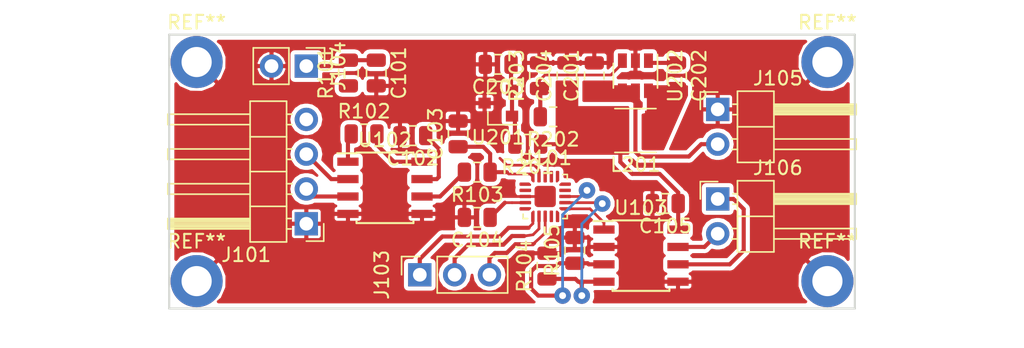
<source format=kicad_pcb>
(kicad_pcb (version 20171130) (host pcbnew 5.0.2+dfsg1-1~bpo9+1)

  (general
    (thickness 1.6)
    (drawings 4)
    (tracks 135)
    (zones 0)
    (modules 32)
    (nets 26)
  )

  (page A4)
  (layers
    (0 F.Cu signal)
    (31 B.Cu signal)
    (32 B.Adhes user)
    (33 F.Adhes user)
    (34 B.Paste user)
    (35 F.Paste user)
    (36 B.SilkS user)
    (37 F.SilkS user)
    (38 B.Mask user)
    (39 F.Mask user)
    (40 Dwgs.User user)
    (41 Cmts.User user)
    (42 Eco1.User user)
    (43 Eco2.User user)
    (44 Edge.Cuts user)
    (45 Margin user)
    (46 B.CrtYd user)
    (47 F.CrtYd user)
    (48 B.Fab user)
    (49 F.Fab user)
  )

  (setup
    (last_trace_width 0.2)
    (user_trace_width 0.2)
    (trace_clearance 0.2)
    (zone_clearance 0.3)
    (zone_45_only no)
    (trace_min 0.2)
    (segment_width 0.2)
    (edge_width 0.15)
    (via_size 1.2)
    (via_drill 0.5)
    (via_min_size 0.4)
    (via_min_drill 0.3)
    (uvia_size 0.3)
    (uvia_drill 0.1)
    (uvias_allowed no)
    (uvia_min_size 0.2)
    (uvia_min_drill 0.1)
    (pcb_text_width 0.3)
    (pcb_text_size 1.5 1.5)
    (mod_edge_width 0.15)
    (mod_text_size 1 1)
    (mod_text_width 0.15)
    (pad_size 3.8 3.8)
    (pad_drill 2.2)
    (pad_to_mask_clearance 0.051)
    (solder_mask_min_width 0.25)
    (aux_axis_origin 0 0)
    (visible_elements FFFFFF7F)
    (pcbplotparams
      (layerselection 0x010fc_ffffffff)
      (usegerberextensions false)
      (usegerberattributes false)
      (usegerberadvancedattributes false)
      (creategerberjobfile false)
      (excludeedgelayer true)
      (linewidth 0.100000)
      (plotframeref false)
      (viasonmask false)
      (mode 1)
      (useauxorigin false)
      (hpglpennumber 1)
      (hpglpenspeed 20)
      (hpglpendiameter 15.000000)
      (psnegative false)
      (psa4output false)
      (plotreference true)
      (plotvalue true)
      (plotinvisibletext false)
      (padsonsilk false)
      (subtractmaskfromsilk false)
      (outputformat 1)
      (mirror false)
      (drillshape 1)
      (scaleselection 1)
      (outputdirectory ""))
  )

  (net 0 "")
  (net 1 GND)
  (net 2 "Net-(C101-Pad1)")
  (net 3 +3V3)
  (net 4 /VF)
  (net 5 +12V)
  (net 6 "Net-(C202-Pad2)")
  (net 7 "Net-(C202-Pad1)")
  (net 8 +2V5)
  (net 9 "Net-(J101-Pad2)")
  (net 10 "Net-(J101-Pad3)")
  (net 11 "Net-(J102-Pad3)")
  (net 12 "Net-(J102-Pad2)")
  (net 13 "Net-(J102-Pad1)")
  (net 14 "Net-(J103-Pad1)")
  (net 15 "Net-(J103-Pad2)")
  (net 16 "Net-(J103-Pad3)")
  (net 17 "Net-(J106-Pad1)")
  (net 18 "Net-(J106-Pad2)")
  (net 19 "Net-(R102-Pad2)")
  (net 20 "Net-(R102-Pad1)")
  (net 21 "Net-(R103-Pad2)")
  (net 22 /TXD)
  (net 23 /TX_EN)
  (net 24 "Net-(R202-Pad2)")
  (net 25 /RXD)

  (net_class Default "This is the default net class."
    (clearance 0.2)
    (trace_width 0.3)
    (via_dia 1.2)
    (via_drill 0.5)
    (uvia_dia 0.3)
    (uvia_drill 0.1)
    (add_net +12V)
    (add_net +2V5)
    (add_net +3V3)
    (add_net /RXD)
    (add_net /TXD)
    (add_net /TX_EN)
    (add_net /VF)
    (add_net GND)
    (add_net "Net-(C101-Pad1)")
    (add_net "Net-(C202-Pad1)")
    (add_net "Net-(C202-Pad2)")
    (add_net "Net-(J101-Pad2)")
    (add_net "Net-(J101-Pad3)")
    (add_net "Net-(J102-Pad1)")
    (add_net "Net-(J102-Pad2)")
    (add_net "Net-(J102-Pad3)")
    (add_net "Net-(J103-Pad1)")
    (add_net "Net-(J103-Pad2)")
    (add_net "Net-(J103-Pad3)")
    (add_net "Net-(J106-Pad1)")
    (add_net "Net-(J106-Pad2)")
    (add_net "Net-(R102-Pad1)")
    (add_net "Net-(R102-Pad2)")
    (add_net "Net-(R103-Pad2)")
    (add_net "Net-(R202-Pad2)")
  )

  (module MountingHole:MountingHole_2.2mm_M2_DIN965_Pad (layer F.Cu) (tedit 5CF174DE) (tstamp 5D0A2085)
    (at 198 82)
    (descr "Mounting Hole 2.2mm, M2, DIN965")
    (tags "mounting hole 2.2mm m2 din965")
    (attr virtual)
    (fp_text reference REF** (at 0 -2.9) (layer F.SilkS)
      (effects (font (size 1 1) (thickness 0.15)))
    )
    (fp_text value MountingHole_2.2mm_M2_DIN965_Pad (at 0 2.9) (layer F.Fab)
      (effects (font (size 1 1) (thickness 0.15)))
    )
    (fp_text user %R (at 0.3 0) (layer F.Fab)
      (effects (font (size 1 1) (thickness 0.15)))
    )
    (fp_circle (center 0 0) (end 1.9 0) (layer Cmts.User) (width 0.15))
    (fp_circle (center 0 0) (end 2.15 0) (layer F.CrtYd) (width 0.05))
    (pad 1 thru_hole circle (at 0 0) (size 3.8 3.8) (drill 2.2) (layers *.Cu *.Mask)
      (net 1 GND))
  )

  (module MountingHole:MountingHole_2.2mm_M2_DIN965_Pad (layer F.Cu) (tedit 5CF174DE) (tstamp 5D0A2077)
    (at 198 98)
    (descr "Mounting Hole 2.2mm, M2, DIN965")
    (tags "mounting hole 2.2mm m2 din965")
    (attr virtual)
    (fp_text reference REF** (at 0 -2.9) (layer F.SilkS)
      (effects (font (size 1 1) (thickness 0.15)))
    )
    (fp_text value MountingHole_2.2mm_M2_DIN965_Pad (at 0 2.9) (layer F.Fab)
      (effects (font (size 1 1) (thickness 0.15)))
    )
    (fp_circle (center 0 0) (end 2.15 0) (layer F.CrtYd) (width 0.05))
    (fp_circle (center 0 0) (end 1.9 0) (layer Cmts.User) (width 0.15))
    (fp_text user %R (at 0.3 0) (layer F.Fab)
      (effects (font (size 1 1) (thickness 0.15)))
    )
    (pad 1 thru_hole circle (at 0 0) (size 3.8 3.8) (drill 2.2) (layers *.Cu *.Mask)
      (net 1 GND))
  )

  (module MountingHole:MountingHole_2.2mm_M2_DIN965_Pad (layer F.Cu) (tedit 5CF174DE) (tstamp 5D0A2069)
    (at 152 98)
    (descr "Mounting Hole 2.2mm, M2, DIN965")
    (tags "mounting hole 2.2mm m2 din965")
    (attr virtual)
    (fp_text reference REF** (at 0 -2.9) (layer F.SilkS)
      (effects (font (size 1 1) (thickness 0.15)))
    )
    (fp_text value MountingHole_2.2mm_M2_DIN965_Pad (at 0 2.9) (layer F.Fab)
      (effects (font (size 1 1) (thickness 0.15)))
    )
    (fp_text user %R (at 0.3 0) (layer F.Fab)
      (effects (font (size 1 1) (thickness 0.15)))
    )
    (fp_circle (center 0 0) (end 1.9 0) (layer Cmts.User) (width 0.15))
    (fp_circle (center 0 0) (end 2.15 0) (layer F.CrtYd) (width 0.05))
    (pad 1 thru_hole circle (at 0 0) (size 3.8 3.8) (drill 2.2) (layers *.Cu *.Mask)
      (net 1 GND))
  )

  (module Capacitor_SMD:C_0805_2012Metric (layer F.Cu) (tedit 5B36C52B) (tstamp 5CFE337D)
    (at 165.1 82.804 270)
    (descr "Capacitor SMD 0805 (2012 Metric), square (rectangular) end terminal, IPC_7351 nominal, (Body size source: https://docs.google.com/spreadsheets/d/1BsfQQcO9C6DZCsRaXUlFlo91Tg2WpOkGARC1WS5S8t0/edit?usp=sharing), generated with kicad-footprint-generator")
    (tags capacitor)
    (path /5CF12CDD)
    (attr smd)
    (fp_text reference C101 (at 0 -1.65 270) (layer F.SilkS)
      (effects (font (size 1 1) (thickness 0.15)))
    )
    (fp_text value 1n (at 0 1.65 270) (layer F.Fab)
      (effects (font (size 1 1) (thickness 0.15)))
    )
    (fp_text user %R (at 0 0 270) (layer F.Fab)
      (effects (font (size 0.5 0.5) (thickness 0.08)))
    )
    (fp_line (start 1.68 0.95) (end -1.68 0.95) (layer F.CrtYd) (width 0.05))
    (fp_line (start 1.68 -0.95) (end 1.68 0.95) (layer F.CrtYd) (width 0.05))
    (fp_line (start -1.68 -0.95) (end 1.68 -0.95) (layer F.CrtYd) (width 0.05))
    (fp_line (start -1.68 0.95) (end -1.68 -0.95) (layer F.CrtYd) (width 0.05))
    (fp_line (start -0.258578 0.71) (end 0.258578 0.71) (layer F.SilkS) (width 0.12))
    (fp_line (start -0.258578 -0.71) (end 0.258578 -0.71) (layer F.SilkS) (width 0.12))
    (fp_line (start 1 0.6) (end -1 0.6) (layer F.Fab) (width 0.1))
    (fp_line (start 1 -0.6) (end 1 0.6) (layer F.Fab) (width 0.1))
    (fp_line (start -1 -0.6) (end 1 -0.6) (layer F.Fab) (width 0.1))
    (fp_line (start -1 0.6) (end -1 -0.6) (layer F.Fab) (width 0.1))
    (pad 2 smd roundrect (at 0.9375 0 270) (size 0.975 1.4) (layers F.Cu F.Paste F.Mask) (roundrect_rratio 0.25)
      (net 1 GND))
    (pad 1 smd roundrect (at -0.9375 0 270) (size 0.975 1.4) (layers F.Cu F.Paste F.Mask) (roundrect_rratio 0.25)
      (net 2 "Net-(C101-Pad1)"))
    (model ${KISYS3DMOD}/Capacitor_SMD.3dshapes/C_0805_2012Metric.wrl
      (at (xyz 0 0 0))
      (scale (xyz 1 1 1))
      (rotate (xyz 0 0 0))
    )
  )

  (module Capacitor_SMD:C_0805_2012Metric (layer F.Cu) (tedit 5B36C52B) (tstamp 5CFE3AE5)
    (at 167.767 87.376 180)
    (descr "Capacitor SMD 0805 (2012 Metric), square (rectangular) end terminal, IPC_7351 nominal, (Body size source: https://docs.google.com/spreadsheets/d/1BsfQQcO9C6DZCsRaXUlFlo91Tg2WpOkGARC1WS5S8t0/edit?usp=sharing), generated with kicad-footprint-generator")
    (tags capacitor)
    (path /5CF385B6)
    (attr smd)
    (fp_text reference C102 (at 0 -1.65 180) (layer F.SilkS)
      (effects (font (size 1 1) (thickness 0.15)))
    )
    (fp_text value 100n (at 0 1.65 180) (layer F.Fab)
      (effects (font (size 1 1) (thickness 0.15)))
    )
    (fp_line (start -1 0.6) (end -1 -0.6) (layer F.Fab) (width 0.1))
    (fp_line (start -1 -0.6) (end 1 -0.6) (layer F.Fab) (width 0.1))
    (fp_line (start 1 -0.6) (end 1 0.6) (layer F.Fab) (width 0.1))
    (fp_line (start 1 0.6) (end -1 0.6) (layer F.Fab) (width 0.1))
    (fp_line (start -0.258578 -0.71) (end 0.258578 -0.71) (layer F.SilkS) (width 0.12))
    (fp_line (start -0.258578 0.71) (end 0.258578 0.71) (layer F.SilkS) (width 0.12))
    (fp_line (start -1.68 0.95) (end -1.68 -0.95) (layer F.CrtYd) (width 0.05))
    (fp_line (start -1.68 -0.95) (end 1.68 -0.95) (layer F.CrtYd) (width 0.05))
    (fp_line (start 1.68 -0.95) (end 1.68 0.95) (layer F.CrtYd) (width 0.05))
    (fp_line (start 1.68 0.95) (end -1.68 0.95) (layer F.CrtYd) (width 0.05))
    (fp_text user %R (at 0 0 180) (layer F.Fab)
      (effects (font (size 0.5 0.5) (thickness 0.08)))
    )
    (pad 1 smd roundrect (at -0.9375 0 180) (size 0.975 1.4) (layers F.Cu F.Paste F.Mask) (roundrect_rratio 0.25)
      (net 3 +3V3))
    (pad 2 smd roundrect (at 0.9375 0 180) (size 0.975 1.4) (layers F.Cu F.Paste F.Mask) (roundrect_rratio 0.25)
      (net 1 GND))
    (model ${KISYS3DMOD}/Capacitor_SMD.3dshapes/C_0805_2012Metric.wrl
      (at (xyz 0 0 0))
      (scale (xyz 1 1 1))
      (rotate (xyz 0 0 0))
    )
  )

  (module Capacitor_SMD:C_0805_2012Metric (layer F.Cu) (tedit 5B36C52B) (tstamp 5CFE347C)
    (at 171.069 87.249 90)
    (descr "Capacitor SMD 0805 (2012 Metric), square (rectangular) end terminal, IPC_7351 nominal, (Body size source: https://docs.google.com/spreadsheets/d/1BsfQQcO9C6DZCsRaXUlFlo91Tg2WpOkGARC1WS5S8t0/edit?usp=sharing), generated with kicad-footprint-generator")
    (tags capacitor)
    (path /5CF116FA)
    (attr smd)
    (fp_text reference C103 (at 0 -1.65 90) (layer F.SilkS)
      (effects (font (size 1 1) (thickness 0.15)))
    )
    (fp_text value 1u (at 0 1.65 90) (layer F.Fab)
      (effects (font (size 1 1) (thickness 0.15)))
    )
    (fp_line (start -1 0.6) (end -1 -0.6) (layer F.Fab) (width 0.1))
    (fp_line (start -1 -0.6) (end 1 -0.6) (layer F.Fab) (width 0.1))
    (fp_line (start 1 -0.6) (end 1 0.6) (layer F.Fab) (width 0.1))
    (fp_line (start 1 0.6) (end -1 0.6) (layer F.Fab) (width 0.1))
    (fp_line (start -0.258578 -0.71) (end 0.258578 -0.71) (layer F.SilkS) (width 0.12))
    (fp_line (start -0.258578 0.71) (end 0.258578 0.71) (layer F.SilkS) (width 0.12))
    (fp_line (start -1.68 0.95) (end -1.68 -0.95) (layer F.CrtYd) (width 0.05))
    (fp_line (start -1.68 -0.95) (end 1.68 -0.95) (layer F.CrtYd) (width 0.05))
    (fp_line (start 1.68 -0.95) (end 1.68 0.95) (layer F.CrtYd) (width 0.05))
    (fp_line (start 1.68 0.95) (end -1.68 0.95) (layer F.CrtYd) (width 0.05))
    (fp_text user %R (at 0 0 90) (layer F.Fab)
      (effects (font (size 0.5 0.5) (thickness 0.08)))
    )
    (pad 1 smd roundrect (at -0.9375 0 90) (size 0.975 1.4) (layers F.Cu F.Paste F.Mask) (roundrect_rratio 0.25)
      (net 4 /VF))
    (pad 2 smd roundrect (at 0.9375 0 90) (size 0.975 1.4) (layers F.Cu F.Paste F.Mask) (roundrect_rratio 0.25)
      (net 1 GND))
    (model ${KISYS3DMOD}/Capacitor_SMD.3dshapes/C_0805_2012Metric.wrl
      (at (xyz 0 0 0))
      (scale (xyz 1 1 1))
      (rotate (xyz 0 0 0))
    )
  )

  (module Capacitor_SMD:C_0805_2012Metric (layer F.Cu) (tedit 5B36C52B) (tstamp 5CFE3A85)
    (at 172.466 93.345 180)
    (descr "Capacitor SMD 0805 (2012 Metric), square (rectangular) end terminal, IPC_7351 nominal, (Body size source: https://docs.google.com/spreadsheets/d/1BsfQQcO9C6DZCsRaXUlFlo91Tg2WpOkGARC1WS5S8t0/edit?usp=sharing), generated with kicad-footprint-generator")
    (tags capacitor)
    (path /5CF3864A)
    (attr smd)
    (fp_text reference C104 (at 0 -1.65 180) (layer F.SilkS)
      (effects (font (size 1 1) (thickness 0.15)))
    )
    (fp_text value 100n (at 0 1.65 180) (layer F.Fab)
      (effects (font (size 1 1) (thickness 0.15)))
    )
    (fp_text user %R (at 0 0 180) (layer F.Fab)
      (effects (font (size 0.5 0.5) (thickness 0.08)))
    )
    (fp_line (start 1.68 0.95) (end -1.68 0.95) (layer F.CrtYd) (width 0.05))
    (fp_line (start 1.68 -0.95) (end 1.68 0.95) (layer F.CrtYd) (width 0.05))
    (fp_line (start -1.68 -0.95) (end 1.68 -0.95) (layer F.CrtYd) (width 0.05))
    (fp_line (start -1.68 0.95) (end -1.68 -0.95) (layer F.CrtYd) (width 0.05))
    (fp_line (start -0.258578 0.71) (end 0.258578 0.71) (layer F.SilkS) (width 0.12))
    (fp_line (start -0.258578 -0.71) (end 0.258578 -0.71) (layer F.SilkS) (width 0.12))
    (fp_line (start 1 0.6) (end -1 0.6) (layer F.Fab) (width 0.1))
    (fp_line (start 1 -0.6) (end 1 0.6) (layer F.Fab) (width 0.1))
    (fp_line (start -1 -0.6) (end 1 -0.6) (layer F.Fab) (width 0.1))
    (fp_line (start -1 0.6) (end -1 -0.6) (layer F.Fab) (width 0.1))
    (pad 2 smd roundrect (at 0.9375 0 180) (size 0.975 1.4) (layers F.Cu F.Paste F.Mask) (roundrect_rratio 0.25)
      (net 1 GND))
    (pad 1 smd roundrect (at -0.9375 0 180) (size 0.975 1.4) (layers F.Cu F.Paste F.Mask) (roundrect_rratio 0.25)
      (net 3 +3V3))
    (model ${KISYS3DMOD}/Capacitor_SMD.3dshapes/C_0805_2012Metric.wrl
      (at (xyz 0 0 0))
      (scale (xyz 1 1 1))
      (rotate (xyz 0 0 0))
    )
  )

  (module Capacitor_SMD:C_0805_2012Metric (layer F.Cu) (tedit 5B36C52B) (tstamp 5CFE3AB5)
    (at 186.182 92.329 180)
    (descr "Capacitor SMD 0805 (2012 Metric), square (rectangular) end terminal, IPC_7351 nominal, (Body size source: https://docs.google.com/spreadsheets/d/1BsfQQcO9C6DZCsRaXUlFlo91Tg2WpOkGARC1WS5S8t0/edit?usp=sharing), generated with kicad-footprint-generator")
    (tags capacitor)
    (path /5CF3868C)
    (attr smd)
    (fp_text reference C105 (at 0 -1.65 180) (layer F.SilkS)
      (effects (font (size 1 1) (thickness 0.15)))
    )
    (fp_text value 100n (at 0 1.65 180) (layer F.Fab)
      (effects (font (size 1 1) (thickness 0.15)))
    )
    (fp_line (start -1 0.6) (end -1 -0.6) (layer F.Fab) (width 0.1))
    (fp_line (start -1 -0.6) (end 1 -0.6) (layer F.Fab) (width 0.1))
    (fp_line (start 1 -0.6) (end 1 0.6) (layer F.Fab) (width 0.1))
    (fp_line (start 1 0.6) (end -1 0.6) (layer F.Fab) (width 0.1))
    (fp_line (start -0.258578 -0.71) (end 0.258578 -0.71) (layer F.SilkS) (width 0.12))
    (fp_line (start -0.258578 0.71) (end 0.258578 0.71) (layer F.SilkS) (width 0.12))
    (fp_line (start -1.68 0.95) (end -1.68 -0.95) (layer F.CrtYd) (width 0.05))
    (fp_line (start -1.68 -0.95) (end 1.68 -0.95) (layer F.CrtYd) (width 0.05))
    (fp_line (start 1.68 -0.95) (end 1.68 0.95) (layer F.CrtYd) (width 0.05))
    (fp_line (start 1.68 0.95) (end -1.68 0.95) (layer F.CrtYd) (width 0.05))
    (fp_text user %R (at 0 0 180) (layer F.Fab)
      (effects (font (size 0.5 0.5) (thickness 0.08)))
    )
    (pad 1 smd roundrect (at -0.9375 0 180) (size 0.975 1.4) (layers F.Cu F.Paste F.Mask) (roundrect_rratio 0.25)
      (net 3 +3V3))
    (pad 2 smd roundrect (at 0.9375 0 180) (size 0.975 1.4) (layers F.Cu F.Paste F.Mask) (roundrect_rratio 0.25)
      (net 1 GND))
    (model ${KISYS3DMOD}/Capacitor_SMD.3dshapes/C_0805_2012Metric.wrl
      (at (xyz 0 0 0))
      (scale (xyz 1 1 1))
      (rotate (xyz 0 0 0))
    )
  )

  (module Capacitor_SMD:C_0805_2012Metric (layer F.Cu) (tedit 5B36C52B) (tstamp 5CFE3A25)
    (at 181 83 90)
    (descr "Capacitor SMD 0805 (2012 Metric), square (rectangular) end terminal, IPC_7351 nominal, (Body size source: https://docs.google.com/spreadsheets/d/1BsfQQcO9C6DZCsRaXUlFlo91Tg2WpOkGARC1WS5S8t0/edit?usp=sharing), generated with kicad-footprint-generator")
    (tags capacitor)
    (path /5CF0EAAE/5CF1ED58)
    (attr smd)
    (fp_text reference C201 (at 0 -1.65 90) (layer F.SilkS)
      (effects (font (size 1 1) (thickness 0.15)))
    )
    (fp_text value 10u/50V (at 0 1.65 90) (layer F.Fab)
      (effects (font (size 1 1) (thickness 0.15)))
    )
    (fp_text user %R (at 0 0 90) (layer F.Fab)
      (effects (font (size 0.5 0.5) (thickness 0.08)))
    )
    (fp_line (start 1.68 0.95) (end -1.68 0.95) (layer F.CrtYd) (width 0.05))
    (fp_line (start 1.68 -0.95) (end 1.68 0.95) (layer F.CrtYd) (width 0.05))
    (fp_line (start -1.68 -0.95) (end 1.68 -0.95) (layer F.CrtYd) (width 0.05))
    (fp_line (start -1.68 0.95) (end -1.68 -0.95) (layer F.CrtYd) (width 0.05))
    (fp_line (start -0.258578 0.71) (end 0.258578 0.71) (layer F.SilkS) (width 0.12))
    (fp_line (start -0.258578 -0.71) (end 0.258578 -0.71) (layer F.SilkS) (width 0.12))
    (fp_line (start 1 0.6) (end -1 0.6) (layer F.Fab) (width 0.1))
    (fp_line (start 1 -0.6) (end 1 0.6) (layer F.Fab) (width 0.1))
    (fp_line (start -1 -0.6) (end 1 -0.6) (layer F.Fab) (width 0.1))
    (fp_line (start -1 0.6) (end -1 -0.6) (layer F.Fab) (width 0.1))
    (pad 2 smd roundrect (at 0.9375 0 90) (size 0.975 1.4) (layers F.Cu F.Paste F.Mask) (roundrect_rratio 0.25)
      (net 1 GND))
    (pad 1 smd roundrect (at -0.9375 0 90) (size 0.975 1.4) (layers F.Cu F.Paste F.Mask) (roundrect_rratio 0.25)
      (net 5 +12V))
    (model ${KISYS3DMOD}/Capacitor_SMD.3dshapes/C_0805_2012Metric.wrl
      (at (xyz 0 0 0))
      (scale (xyz 1 1 1))
      (rotate (xyz 0 0 0))
    )
  )

  (module Capacitor_SMD:C_0805_2012Metric (layer F.Cu) (tedit 5B36C52B) (tstamp 5CFE39F5)
    (at 187 83 270)
    (descr "Capacitor SMD 0805 (2012 Metric), square (rectangular) end terminal, IPC_7351 nominal, (Body size source: https://docs.google.com/spreadsheets/d/1BsfQQcO9C6DZCsRaXUlFlo91Tg2WpOkGARC1WS5S8t0/edit?usp=sharing), generated with kicad-footprint-generator")
    (tags capacitor)
    (path /5CF0EAAE/5CF0A41C)
    (attr smd)
    (fp_text reference C202 (at 0 -1.65 270) (layer F.SilkS)
      (effects (font (size 1 1) (thickness 0.15)))
    )
    (fp_text value 100n/C0G (at 0 1.65 270) (layer F.Fab)
      (effects (font (size 1 1) (thickness 0.15)))
    )
    (fp_text user %R (at 0 0 270) (layer F.Fab)
      (effects (font (size 0.5 0.5) (thickness 0.08)))
    )
    (fp_line (start 1.68 0.95) (end -1.68 0.95) (layer F.CrtYd) (width 0.05))
    (fp_line (start 1.68 -0.95) (end 1.68 0.95) (layer F.CrtYd) (width 0.05))
    (fp_line (start -1.68 -0.95) (end 1.68 -0.95) (layer F.CrtYd) (width 0.05))
    (fp_line (start -1.68 0.95) (end -1.68 -0.95) (layer F.CrtYd) (width 0.05))
    (fp_line (start -0.258578 0.71) (end 0.258578 0.71) (layer F.SilkS) (width 0.12))
    (fp_line (start -0.258578 -0.71) (end 0.258578 -0.71) (layer F.SilkS) (width 0.12))
    (fp_line (start 1 0.6) (end -1 0.6) (layer F.Fab) (width 0.1))
    (fp_line (start 1 -0.6) (end 1 0.6) (layer F.Fab) (width 0.1))
    (fp_line (start -1 -0.6) (end 1 -0.6) (layer F.Fab) (width 0.1))
    (fp_line (start -1 0.6) (end -1 -0.6) (layer F.Fab) (width 0.1))
    (pad 2 smd roundrect (at 0.9375 0 270) (size 0.975 1.4) (layers F.Cu F.Paste F.Mask) (roundrect_rratio 0.25)
      (net 6 "Net-(C202-Pad2)"))
    (pad 1 smd roundrect (at -0.9375 0 270) (size 0.975 1.4) (layers F.Cu F.Paste F.Mask) (roundrect_rratio 0.25)
      (net 7 "Net-(C202-Pad1)"))
    (model ${KISYS3DMOD}/Capacitor_SMD.3dshapes/C_0805_2012Metric.wrl
      (at (xyz 0 0 0))
      (scale (xyz 1 1 1))
      (rotate (xyz 0 0 0))
    )
  )

  (module Capacitor_SMD:C_0805_2012Metric (layer F.Cu) (tedit 5B36C52B) (tstamp 5CFE39C5)
    (at 173.99 82.169 180)
    (descr "Capacitor SMD 0805 (2012 Metric), square (rectangular) end terminal, IPC_7351 nominal, (Body size source: https://docs.google.com/spreadsheets/d/1BsfQQcO9C6DZCsRaXUlFlo91Tg2WpOkGARC1WS5S8t0/edit?usp=sharing), generated with kicad-footprint-generator")
    (tags capacitor)
    (path /5CF0EAAE/5CF0FF57)
    (attr smd)
    (fp_text reference C203 (at 0 -1.65 180) (layer F.SilkS)
      (effects (font (size 1 1) (thickness 0.15)))
    )
    (fp_text value 1u (at 0 1.65 180) (layer F.Fab)
      (effects (font (size 1 1) (thickness 0.15)))
    )
    (fp_line (start -1 0.6) (end -1 -0.6) (layer F.Fab) (width 0.1))
    (fp_line (start -1 -0.6) (end 1 -0.6) (layer F.Fab) (width 0.1))
    (fp_line (start 1 -0.6) (end 1 0.6) (layer F.Fab) (width 0.1))
    (fp_line (start 1 0.6) (end -1 0.6) (layer F.Fab) (width 0.1))
    (fp_line (start -0.258578 -0.71) (end 0.258578 -0.71) (layer F.SilkS) (width 0.12))
    (fp_line (start -0.258578 0.71) (end 0.258578 0.71) (layer F.SilkS) (width 0.12))
    (fp_line (start -1.68 0.95) (end -1.68 -0.95) (layer F.CrtYd) (width 0.05))
    (fp_line (start -1.68 -0.95) (end 1.68 -0.95) (layer F.CrtYd) (width 0.05))
    (fp_line (start 1.68 -0.95) (end 1.68 0.95) (layer F.CrtYd) (width 0.05))
    (fp_line (start 1.68 0.95) (end -1.68 0.95) (layer F.CrtYd) (width 0.05))
    (fp_text user %R (at 0 0 180) (layer F.Fab)
      (effects (font (size 0.5 0.5) (thickness 0.08)))
    )
    (pad 1 smd roundrect (at -0.9375 0 180) (size 0.975 1.4) (layers F.Cu F.Paste F.Mask) (roundrect_rratio 0.25)
      (net 8 +2V5))
    (pad 2 smd roundrect (at 0.9375 0 180) (size 0.975 1.4) (layers F.Cu F.Paste F.Mask) (roundrect_rratio 0.25)
      (net 1 GND))
    (model ${KISYS3DMOD}/Capacitor_SMD.3dshapes/C_0805_2012Metric.wrl
      (at (xyz 0 0 0))
      (scale (xyz 1 1 1))
      (rotate (xyz 0 0 0))
    )
  )

  (module Capacitor_SMD:C_0805_2012Metric (layer F.Cu) (tedit 5B36C52B) (tstamp 5CFE3A55)
    (at 179 83 90)
    (descr "Capacitor SMD 0805 (2012 Metric), square (rectangular) end terminal, IPC_7351 nominal, (Body size source: https://docs.google.com/spreadsheets/d/1BsfQQcO9C6DZCsRaXUlFlo91Tg2WpOkGARC1WS5S8t0/edit?usp=sharing), generated with kicad-footprint-generator")
    (tags capacitor)
    (path /5CF0EAAE/5CF0A438)
    (attr smd)
    (fp_text reference C204 (at 0 -1.65 90) (layer F.SilkS)
      (effects (font (size 1 1) (thickness 0.15)))
    )
    (fp_text value 22u/25V (at 0 1.65 90) (layer F.Fab)
      (effects (font (size 1 1) (thickness 0.15)))
    )
    (fp_line (start -1 0.6) (end -1 -0.6) (layer F.Fab) (width 0.1))
    (fp_line (start -1 -0.6) (end 1 -0.6) (layer F.Fab) (width 0.1))
    (fp_line (start 1 -0.6) (end 1 0.6) (layer F.Fab) (width 0.1))
    (fp_line (start 1 0.6) (end -1 0.6) (layer F.Fab) (width 0.1))
    (fp_line (start -0.258578 -0.71) (end 0.258578 -0.71) (layer F.SilkS) (width 0.12))
    (fp_line (start -0.258578 0.71) (end 0.258578 0.71) (layer F.SilkS) (width 0.12))
    (fp_line (start -1.68 0.95) (end -1.68 -0.95) (layer F.CrtYd) (width 0.05))
    (fp_line (start -1.68 -0.95) (end 1.68 -0.95) (layer F.CrtYd) (width 0.05))
    (fp_line (start 1.68 -0.95) (end 1.68 0.95) (layer F.CrtYd) (width 0.05))
    (fp_line (start 1.68 0.95) (end -1.68 0.95) (layer F.CrtYd) (width 0.05))
    (fp_text user %R (at 0 0 90) (layer F.Fab)
      (effects (font (size 0.5 0.5) (thickness 0.08)))
    )
    (pad 1 smd roundrect (at -0.9375 0 90) (size 0.975 1.4) (layers F.Cu F.Paste F.Mask) (roundrect_rratio 0.25)
      (net 3 +3V3))
    (pad 2 smd roundrect (at 0.9375 0 90) (size 0.975 1.4) (layers F.Cu F.Paste F.Mask) (roundrect_rratio 0.25)
      (net 1 GND))
    (model ${KISYS3DMOD}/Capacitor_SMD.3dshapes/C_0805_2012Metric.wrl
      (at (xyz 0 0 0))
      (scale (xyz 1 1 1))
      (rotate (xyz 0 0 0))
    )
  )

  (module Connector_PinHeader_2.54mm:PinHeader_1x04_P2.54mm_Horizontal (layer F.Cu) (tedit 59FED5CB) (tstamp 5CFE38ED)
    (at 160 93.81 180)
    (descr "Through hole angled pin header, 1x04, 2.54mm pitch, 6mm pin length, single row")
    (tags "Through hole angled pin header THT 1x04 2.54mm single row")
    (path /5CF0E9B0)
    (fp_text reference J101 (at 4.385 -2.27 180) (layer F.SilkS)
      (effects (font (size 1 1) (thickness 0.15)))
    )
    (fp_text value "Sensor Bridge" (at 4.385 9.89 180) (layer F.Fab)
      (effects (font (size 1 1) (thickness 0.15)))
    )
    (fp_line (start 2.135 -1.27) (end 4.04 -1.27) (layer F.Fab) (width 0.1))
    (fp_line (start 4.04 -1.27) (end 4.04 8.89) (layer F.Fab) (width 0.1))
    (fp_line (start 4.04 8.89) (end 1.5 8.89) (layer F.Fab) (width 0.1))
    (fp_line (start 1.5 8.89) (end 1.5 -0.635) (layer F.Fab) (width 0.1))
    (fp_line (start 1.5 -0.635) (end 2.135 -1.27) (layer F.Fab) (width 0.1))
    (fp_line (start -0.32 -0.32) (end 1.5 -0.32) (layer F.Fab) (width 0.1))
    (fp_line (start -0.32 -0.32) (end -0.32 0.32) (layer F.Fab) (width 0.1))
    (fp_line (start -0.32 0.32) (end 1.5 0.32) (layer F.Fab) (width 0.1))
    (fp_line (start 4.04 -0.32) (end 10.04 -0.32) (layer F.Fab) (width 0.1))
    (fp_line (start 10.04 -0.32) (end 10.04 0.32) (layer F.Fab) (width 0.1))
    (fp_line (start 4.04 0.32) (end 10.04 0.32) (layer F.Fab) (width 0.1))
    (fp_line (start -0.32 2.22) (end 1.5 2.22) (layer F.Fab) (width 0.1))
    (fp_line (start -0.32 2.22) (end -0.32 2.86) (layer F.Fab) (width 0.1))
    (fp_line (start -0.32 2.86) (end 1.5 2.86) (layer F.Fab) (width 0.1))
    (fp_line (start 4.04 2.22) (end 10.04 2.22) (layer F.Fab) (width 0.1))
    (fp_line (start 10.04 2.22) (end 10.04 2.86) (layer F.Fab) (width 0.1))
    (fp_line (start 4.04 2.86) (end 10.04 2.86) (layer F.Fab) (width 0.1))
    (fp_line (start -0.32 4.76) (end 1.5 4.76) (layer F.Fab) (width 0.1))
    (fp_line (start -0.32 4.76) (end -0.32 5.4) (layer F.Fab) (width 0.1))
    (fp_line (start -0.32 5.4) (end 1.5 5.4) (layer F.Fab) (width 0.1))
    (fp_line (start 4.04 4.76) (end 10.04 4.76) (layer F.Fab) (width 0.1))
    (fp_line (start 10.04 4.76) (end 10.04 5.4) (layer F.Fab) (width 0.1))
    (fp_line (start 4.04 5.4) (end 10.04 5.4) (layer F.Fab) (width 0.1))
    (fp_line (start -0.32 7.3) (end 1.5 7.3) (layer F.Fab) (width 0.1))
    (fp_line (start -0.32 7.3) (end -0.32 7.94) (layer F.Fab) (width 0.1))
    (fp_line (start -0.32 7.94) (end 1.5 7.94) (layer F.Fab) (width 0.1))
    (fp_line (start 4.04 7.3) (end 10.04 7.3) (layer F.Fab) (width 0.1))
    (fp_line (start 10.04 7.3) (end 10.04 7.94) (layer F.Fab) (width 0.1))
    (fp_line (start 4.04 7.94) (end 10.04 7.94) (layer F.Fab) (width 0.1))
    (fp_line (start 1.44 -1.33) (end 1.44 8.95) (layer F.SilkS) (width 0.12))
    (fp_line (start 1.44 8.95) (end 4.1 8.95) (layer F.SilkS) (width 0.12))
    (fp_line (start 4.1 8.95) (end 4.1 -1.33) (layer F.SilkS) (width 0.12))
    (fp_line (start 4.1 -1.33) (end 1.44 -1.33) (layer F.SilkS) (width 0.12))
    (fp_line (start 4.1 -0.38) (end 10.1 -0.38) (layer F.SilkS) (width 0.12))
    (fp_line (start 10.1 -0.38) (end 10.1 0.38) (layer F.SilkS) (width 0.12))
    (fp_line (start 10.1 0.38) (end 4.1 0.38) (layer F.SilkS) (width 0.12))
    (fp_line (start 4.1 -0.32) (end 10.1 -0.32) (layer F.SilkS) (width 0.12))
    (fp_line (start 4.1 -0.2) (end 10.1 -0.2) (layer F.SilkS) (width 0.12))
    (fp_line (start 4.1 -0.08) (end 10.1 -0.08) (layer F.SilkS) (width 0.12))
    (fp_line (start 4.1 0.04) (end 10.1 0.04) (layer F.SilkS) (width 0.12))
    (fp_line (start 4.1 0.16) (end 10.1 0.16) (layer F.SilkS) (width 0.12))
    (fp_line (start 4.1 0.28) (end 10.1 0.28) (layer F.SilkS) (width 0.12))
    (fp_line (start 1.11 -0.38) (end 1.44 -0.38) (layer F.SilkS) (width 0.12))
    (fp_line (start 1.11 0.38) (end 1.44 0.38) (layer F.SilkS) (width 0.12))
    (fp_line (start 1.44 1.27) (end 4.1 1.27) (layer F.SilkS) (width 0.12))
    (fp_line (start 4.1 2.16) (end 10.1 2.16) (layer F.SilkS) (width 0.12))
    (fp_line (start 10.1 2.16) (end 10.1 2.92) (layer F.SilkS) (width 0.12))
    (fp_line (start 10.1 2.92) (end 4.1 2.92) (layer F.SilkS) (width 0.12))
    (fp_line (start 1.042929 2.16) (end 1.44 2.16) (layer F.SilkS) (width 0.12))
    (fp_line (start 1.042929 2.92) (end 1.44 2.92) (layer F.SilkS) (width 0.12))
    (fp_line (start 1.44 3.81) (end 4.1 3.81) (layer F.SilkS) (width 0.12))
    (fp_line (start 4.1 4.7) (end 10.1 4.7) (layer F.SilkS) (width 0.12))
    (fp_line (start 10.1 4.7) (end 10.1 5.46) (layer F.SilkS) (width 0.12))
    (fp_line (start 10.1 5.46) (end 4.1 5.46) (layer F.SilkS) (width 0.12))
    (fp_line (start 1.042929 4.7) (end 1.44 4.7) (layer F.SilkS) (width 0.12))
    (fp_line (start 1.042929 5.46) (end 1.44 5.46) (layer F.SilkS) (width 0.12))
    (fp_line (start 1.44 6.35) (end 4.1 6.35) (layer F.SilkS) (width 0.12))
    (fp_line (start 4.1 7.24) (end 10.1 7.24) (layer F.SilkS) (width 0.12))
    (fp_line (start 10.1 7.24) (end 10.1 8) (layer F.SilkS) (width 0.12))
    (fp_line (start 10.1 8) (end 4.1 8) (layer F.SilkS) (width 0.12))
    (fp_line (start 1.042929 7.24) (end 1.44 7.24) (layer F.SilkS) (width 0.12))
    (fp_line (start 1.042929 8) (end 1.44 8) (layer F.SilkS) (width 0.12))
    (fp_line (start -1.27 0) (end -1.27 -1.27) (layer F.SilkS) (width 0.12))
    (fp_line (start -1.27 -1.27) (end 0 -1.27) (layer F.SilkS) (width 0.12))
    (fp_line (start -1.8 -1.8) (end -1.8 9.4) (layer F.CrtYd) (width 0.05))
    (fp_line (start -1.8 9.4) (end 10.55 9.4) (layer F.CrtYd) (width 0.05))
    (fp_line (start 10.55 9.4) (end 10.55 -1.8) (layer F.CrtYd) (width 0.05))
    (fp_line (start 10.55 -1.8) (end -1.8 -1.8) (layer F.CrtYd) (width 0.05))
    (fp_text user %R (at 2.77 3.81 270) (layer F.Fab)
      (effects (font (size 1 1) (thickness 0.15)))
    )
    (pad 1 thru_hole rect (at 0 0 180) (size 1.7 1.7) (drill 1) (layers *.Cu *.Mask)
      (net 1 GND))
    (pad 2 thru_hole oval (at 0 2.54 180) (size 1.7 1.7) (drill 1) (layers *.Cu *.Mask)
      (net 9 "Net-(J101-Pad2)"))
    (pad 3 thru_hole oval (at 0 5.08 180) (size 1.7 1.7) (drill 1) (layers *.Cu *.Mask)
      (net 10 "Net-(J101-Pad3)"))
    (pad 4 thru_hole oval (at 0 7.62 180) (size 1.7 1.7) (drill 1) (layers *.Cu *.Mask)
      (net 8 +2V5))
    (model ${KISYS3DMOD}/Connector_PinHeader_2.54mm.3dshapes/PinHeader_1x04_P2.54mm_Horizontal.wrl
      (at (xyz 0 0 0))
      (scale (xyz 1 1 1))
      (rotate (xyz 0 0 0))
    )
  )

  (module Connector_PinSocket_2.54mm:PinSocket_1x03_P2.54mm_Vertical (layer F.Cu) (tedit 5A19A429) (tstamp 5CFE3833)
    (at 168.275 97.536 90)
    (descr "Through hole straight socket strip, 1x03, 2.54mm pitch, single row (from Kicad 4.0.7), script generated")
    (tags "Through hole socket strip THT 1x03 2.54mm single row")
    (path /5CF2C0C0)
    (fp_text reference J103 (at 0 -2.77 90) (layer F.SilkS)
      (effects (font (size 1 1) (thickness 0.15)))
    )
    (fp_text value PA2 (at 0 7.85 90) (layer F.Fab)
      (effects (font (size 1 1) (thickness 0.15)))
    )
    (fp_line (start -1.27 -1.27) (end 0.635 -1.27) (layer F.Fab) (width 0.1))
    (fp_line (start 0.635 -1.27) (end 1.27 -0.635) (layer F.Fab) (width 0.1))
    (fp_line (start 1.27 -0.635) (end 1.27 6.35) (layer F.Fab) (width 0.1))
    (fp_line (start 1.27 6.35) (end -1.27 6.35) (layer F.Fab) (width 0.1))
    (fp_line (start -1.27 6.35) (end -1.27 -1.27) (layer F.Fab) (width 0.1))
    (fp_line (start -1.33 1.27) (end 1.33 1.27) (layer F.SilkS) (width 0.12))
    (fp_line (start -1.33 1.27) (end -1.33 6.41) (layer F.SilkS) (width 0.12))
    (fp_line (start -1.33 6.41) (end 1.33 6.41) (layer F.SilkS) (width 0.12))
    (fp_line (start 1.33 1.27) (end 1.33 6.41) (layer F.SilkS) (width 0.12))
    (fp_line (start 1.33 -1.33) (end 1.33 0) (layer F.SilkS) (width 0.12))
    (fp_line (start 0 -1.33) (end 1.33 -1.33) (layer F.SilkS) (width 0.12))
    (fp_line (start -1.8 -1.8) (end 1.75 -1.8) (layer F.CrtYd) (width 0.05))
    (fp_line (start 1.75 -1.8) (end 1.75 6.85) (layer F.CrtYd) (width 0.05))
    (fp_line (start 1.75 6.85) (end -1.8 6.85) (layer F.CrtYd) (width 0.05))
    (fp_line (start -1.8 6.85) (end -1.8 -1.8) (layer F.CrtYd) (width 0.05))
    (fp_text user %R (at 0 2.54 180) (layer F.Fab)
      (effects (font (size 1 1) (thickness 0.15)))
    )
    (pad 1 thru_hole rect (at 0 0 90) (size 1.7 1.7) (drill 1) (layers *.Cu *.Mask)
      (net 14 "Net-(J103-Pad1)"))
    (pad 2 thru_hole oval (at 0 2.54 90) (size 1.7 1.7) (drill 1) (layers *.Cu *.Mask)
      (net 15 "Net-(J103-Pad2)"))
    (pad 3 thru_hole oval (at 0 5.08 90) (size 1.7 1.7) (drill 1) (layers *.Cu *.Mask)
      (net 16 "Net-(J103-Pad3)"))
    (model ${KISYS3DMOD}/Connector_PinSocket_2.54mm.3dshapes/PinSocket_1x03_P2.54mm_Vertical.wrl
      (at (xyz 0 0 0))
      (scale (xyz 1 1 1))
      (rotate (xyz 0 0 0))
    )
  )

  (module Connector_PinHeader_2.54mm:PinHeader_1x02_P2.54mm_Horizontal (layer F.Cu) (tedit 59FED5CB) (tstamp 5CFE36DB)
    (at 190 85.46)
    (descr "Through hole angled pin header, 1x02, 2.54mm pitch, 6mm pin length, single row")
    (tags "Through hole angled pin header THT 1x02 2.54mm single row")
    (path /5CF211F5)
    (fp_text reference J105 (at 4.385 -2.27) (layer F.SilkS)
      (effects (font (size 1 1) (thickness 0.15)))
    )
    (fp_text value Supply (at 4.385 4.81) (layer F.Fab)
      (effects (font (size 1 1) (thickness 0.15)))
    )
    (fp_line (start 2.135 -1.27) (end 4.04 -1.27) (layer F.Fab) (width 0.1))
    (fp_line (start 4.04 -1.27) (end 4.04 3.81) (layer F.Fab) (width 0.1))
    (fp_line (start 4.04 3.81) (end 1.5 3.81) (layer F.Fab) (width 0.1))
    (fp_line (start 1.5 3.81) (end 1.5 -0.635) (layer F.Fab) (width 0.1))
    (fp_line (start 1.5 -0.635) (end 2.135 -1.27) (layer F.Fab) (width 0.1))
    (fp_line (start -0.32 -0.32) (end 1.5 -0.32) (layer F.Fab) (width 0.1))
    (fp_line (start -0.32 -0.32) (end -0.32 0.32) (layer F.Fab) (width 0.1))
    (fp_line (start -0.32 0.32) (end 1.5 0.32) (layer F.Fab) (width 0.1))
    (fp_line (start 4.04 -0.32) (end 10.04 -0.32) (layer F.Fab) (width 0.1))
    (fp_line (start 10.04 -0.32) (end 10.04 0.32) (layer F.Fab) (width 0.1))
    (fp_line (start 4.04 0.32) (end 10.04 0.32) (layer F.Fab) (width 0.1))
    (fp_line (start -0.32 2.22) (end 1.5 2.22) (layer F.Fab) (width 0.1))
    (fp_line (start -0.32 2.22) (end -0.32 2.86) (layer F.Fab) (width 0.1))
    (fp_line (start -0.32 2.86) (end 1.5 2.86) (layer F.Fab) (width 0.1))
    (fp_line (start 4.04 2.22) (end 10.04 2.22) (layer F.Fab) (width 0.1))
    (fp_line (start 10.04 2.22) (end 10.04 2.86) (layer F.Fab) (width 0.1))
    (fp_line (start 4.04 2.86) (end 10.04 2.86) (layer F.Fab) (width 0.1))
    (fp_line (start 1.44 -1.33) (end 1.44 3.87) (layer F.SilkS) (width 0.12))
    (fp_line (start 1.44 3.87) (end 4.1 3.87) (layer F.SilkS) (width 0.12))
    (fp_line (start 4.1 3.87) (end 4.1 -1.33) (layer F.SilkS) (width 0.12))
    (fp_line (start 4.1 -1.33) (end 1.44 -1.33) (layer F.SilkS) (width 0.12))
    (fp_line (start 4.1 -0.38) (end 10.1 -0.38) (layer F.SilkS) (width 0.12))
    (fp_line (start 10.1 -0.38) (end 10.1 0.38) (layer F.SilkS) (width 0.12))
    (fp_line (start 10.1 0.38) (end 4.1 0.38) (layer F.SilkS) (width 0.12))
    (fp_line (start 4.1 -0.32) (end 10.1 -0.32) (layer F.SilkS) (width 0.12))
    (fp_line (start 4.1 -0.2) (end 10.1 -0.2) (layer F.SilkS) (width 0.12))
    (fp_line (start 4.1 -0.08) (end 10.1 -0.08) (layer F.SilkS) (width 0.12))
    (fp_line (start 4.1 0.04) (end 10.1 0.04) (layer F.SilkS) (width 0.12))
    (fp_line (start 4.1 0.16) (end 10.1 0.16) (layer F.SilkS) (width 0.12))
    (fp_line (start 4.1 0.28) (end 10.1 0.28) (layer F.SilkS) (width 0.12))
    (fp_line (start 1.11 -0.38) (end 1.44 -0.38) (layer F.SilkS) (width 0.12))
    (fp_line (start 1.11 0.38) (end 1.44 0.38) (layer F.SilkS) (width 0.12))
    (fp_line (start 1.44 1.27) (end 4.1 1.27) (layer F.SilkS) (width 0.12))
    (fp_line (start 4.1 2.16) (end 10.1 2.16) (layer F.SilkS) (width 0.12))
    (fp_line (start 10.1 2.16) (end 10.1 2.92) (layer F.SilkS) (width 0.12))
    (fp_line (start 10.1 2.92) (end 4.1 2.92) (layer F.SilkS) (width 0.12))
    (fp_line (start 1.042929 2.16) (end 1.44 2.16) (layer F.SilkS) (width 0.12))
    (fp_line (start 1.042929 2.92) (end 1.44 2.92) (layer F.SilkS) (width 0.12))
    (fp_line (start -1.27 0) (end -1.27 -1.27) (layer F.SilkS) (width 0.12))
    (fp_line (start -1.27 -1.27) (end 0 -1.27) (layer F.SilkS) (width 0.12))
    (fp_line (start -1.8 -1.8) (end -1.8 4.35) (layer F.CrtYd) (width 0.05))
    (fp_line (start -1.8 4.35) (end 10.55 4.35) (layer F.CrtYd) (width 0.05))
    (fp_line (start 10.55 4.35) (end 10.55 -1.8) (layer F.CrtYd) (width 0.05))
    (fp_line (start 10.55 -1.8) (end -1.8 -1.8) (layer F.CrtYd) (width 0.05))
    (fp_text user %R (at 2.77 1.27 90) (layer F.Fab)
      (effects (font (size 1 1) (thickness 0.15)))
    )
    (pad 1 thru_hole rect (at 0 0) (size 1.7 1.7) (drill 1) (layers *.Cu *.Mask)
      (net 1 GND))
    (pad 2 thru_hole oval (at 0 2.54) (size 1.7 1.7) (drill 1) (layers *.Cu *.Mask)
      (net 5 +12V))
    (model ${KISYS3DMOD}/Connector_PinHeader_2.54mm.3dshapes/PinHeader_1x02_P2.54mm_Horizontal.wrl
      (at (xyz 0 0 0))
      (scale (xyz 1 1 1))
      (rotate (xyz 0 0 0))
    )
  )

  (module Inductor_SMD:L_Taiyo-Yuden_NR-30xx (layer F.Cu) (tedit 5990349C) (tstamp 5CFE3757)
    (at 184 87 180)
    (descr "Inductor, Taiyo Yuden, NR series, Taiyo-Yuden_NR-30xx, 3.0mmx3.0mm")
    (tags "inductor taiyo-yuden nr smd")
    (path /5CF0EAAE/5CF1ED55)
    (attr smd)
    (fp_text reference L201 (at 0 -2.5 180) (layer F.SilkS)
      (effects (font (size 1 1) (thickness 0.15)))
    )
    (fp_text value NR3010T220M (at 0 3 180) (layer F.Fab)
      (effects (font (size 1 1) (thickness 0.15)))
    )
    (fp_text user %R (at 0 0 180) (layer F.Fab)
      (effects (font (size 0.7 0.7) (thickness 0.105)))
    )
    (fp_line (start -1.5 0) (end -1.5 -0.95) (layer F.Fab) (width 0.1))
    (fp_line (start -1.5 -0.95) (end -0.95 -1.5) (layer F.Fab) (width 0.1))
    (fp_line (start -0.95 -1.5) (end 0 -1.5) (layer F.Fab) (width 0.1))
    (fp_line (start 1.5 0) (end 1.5 -0.95) (layer F.Fab) (width 0.1))
    (fp_line (start 1.5 -0.95) (end 0.95 -1.5) (layer F.Fab) (width 0.1))
    (fp_line (start 0.95 -1.5) (end 0 -1.5) (layer F.Fab) (width 0.1))
    (fp_line (start 1.5 0) (end 1.5 0.95) (layer F.Fab) (width 0.1))
    (fp_line (start 1.5 0.95) (end 0.95 1.5) (layer F.Fab) (width 0.1))
    (fp_line (start 0.95 1.5) (end 0 1.5) (layer F.Fab) (width 0.1))
    (fp_line (start -1.5 0) (end -1.5 0.95) (layer F.Fab) (width 0.1))
    (fp_line (start -1.5 0.95) (end -0.95 1.5) (layer F.Fab) (width 0.1))
    (fp_line (start -0.95 1.5) (end 0 1.5) (layer F.Fab) (width 0.1))
    (fp_line (start -1.5 -1.6) (end 1.5 -1.6) (layer F.SilkS) (width 0.12))
    (fp_line (start -1.5 1.6) (end 1.5 1.6) (layer F.SilkS) (width 0.12))
    (fp_line (start -1.8 -1.8) (end -1.8 1.8) (layer F.CrtYd) (width 0.05))
    (fp_line (start -1.8 1.8) (end 1.8 1.8) (layer F.CrtYd) (width 0.05))
    (fp_line (start 1.8 1.8) (end 1.8 -1.8) (layer F.CrtYd) (width 0.05))
    (fp_line (start 1.8 -1.8) (end -1.8 -1.8) (layer F.CrtYd) (width 0.05))
    (pad 1 smd rect (at -1.1 0 180) (size 0.8 2.9) (layers F.Cu F.Paste F.Mask)
      (net 6 "Net-(C202-Pad2)"))
    (pad 2 smd rect (at 1.1 0 180) (size 0.8 2.9) (layers F.Cu F.Paste F.Mask)
      (net 3 +3V3))
    (model ${KISYS3DMOD}/Inductor_SMD.3dshapes/L_Taiyo-Yuden_NR-30xx.wrl
      (at (xyz 0 0 0))
      (scale (xyz 1 1 1))
      (rotate (xyz 0 0 0))
    )
  )

  (module Resistor_SMD:R_0805_2012Metric (layer F.Cu) (tedit 5B36C52B) (tstamp 5CFE3995)
    (at 163.068 82.804 90)
    (descr "Resistor SMD 0805 (2012 Metric), square (rectangular) end terminal, IPC_7351 nominal, (Body size source: https://docs.google.com/spreadsheets/d/1BsfQQcO9C6DZCsRaXUlFlo91Tg2WpOkGARC1WS5S8t0/edit?usp=sharing), generated with kicad-footprint-generator")
    (tags resistor)
    (path /5CF12C53)
    (attr smd)
    (fp_text reference R101 (at 0 -1.65 90) (layer F.SilkS)
      (effects (font (size 1 1) (thickness 0.15)))
    )
    (fp_text value 10k (at 0 1.65 90) (layer F.Fab)
      (effects (font (size 1 1) (thickness 0.15)))
    )
    (fp_text user %R (at 0 0 90) (layer F.Fab)
      (effects (font (size 0.5 0.5) (thickness 0.08)))
    )
    (fp_line (start 1.68 0.95) (end -1.68 0.95) (layer F.CrtYd) (width 0.05))
    (fp_line (start 1.68 -0.95) (end 1.68 0.95) (layer F.CrtYd) (width 0.05))
    (fp_line (start -1.68 -0.95) (end 1.68 -0.95) (layer F.CrtYd) (width 0.05))
    (fp_line (start -1.68 0.95) (end -1.68 -0.95) (layer F.CrtYd) (width 0.05))
    (fp_line (start -0.258578 0.71) (end 0.258578 0.71) (layer F.SilkS) (width 0.12))
    (fp_line (start -0.258578 -0.71) (end 0.258578 -0.71) (layer F.SilkS) (width 0.12))
    (fp_line (start 1 0.6) (end -1 0.6) (layer F.Fab) (width 0.1))
    (fp_line (start 1 -0.6) (end 1 0.6) (layer F.Fab) (width 0.1))
    (fp_line (start -1 -0.6) (end 1 -0.6) (layer F.Fab) (width 0.1))
    (fp_line (start -1 0.6) (end -1 -0.6) (layer F.Fab) (width 0.1))
    (pad 2 smd roundrect (at 0.9375 0 90) (size 0.975 1.4) (layers F.Cu F.Paste F.Mask) (roundrect_rratio 0.25)
      (net 2 "Net-(C101-Pad1)"))
    (pad 1 smd roundrect (at -0.9375 0 90) (size 0.975 1.4) (layers F.Cu F.Paste F.Mask) (roundrect_rratio 0.25)
      (net 3 +3V3))
    (model ${KISYS3DMOD}/Resistor_SMD.3dshapes/R_0805_2012Metric.wrl
      (at (xyz 0 0 0))
      (scale (xyz 1 1 1))
      (rotate (xyz 0 0 0))
    )
  )

  (module Resistor_SMD:R_0805_2012Metric (layer F.Cu) (tedit 5B36C52B) (tstamp 5CFE3620)
    (at 164.211 87.249)
    (descr "Resistor SMD 0805 (2012 Metric), square (rectangular) end terminal, IPC_7351 nominal, (Body size source: https://docs.google.com/spreadsheets/d/1BsfQQcO9C6DZCsRaXUlFlo91Tg2WpOkGARC1WS5S8t0/edit?usp=sharing), generated with kicad-footprint-generator")
    (tags resistor)
    (path /5CF10A52)
    (attr smd)
    (fp_text reference R102 (at 0 -1.65) (layer F.SilkS)
      (effects (font (size 1 1) (thickness 0.15)))
    )
    (fp_text value 33 (at 0 1.65) (layer F.Fab)
      (effects (font (size 1 1) (thickness 0.15)))
    )
    (fp_text user %R (at 0 0) (layer F.Fab)
      (effects (font (size 0.5 0.5) (thickness 0.08)))
    )
    (fp_line (start 1.68 0.95) (end -1.68 0.95) (layer F.CrtYd) (width 0.05))
    (fp_line (start 1.68 -0.95) (end 1.68 0.95) (layer F.CrtYd) (width 0.05))
    (fp_line (start -1.68 -0.95) (end 1.68 -0.95) (layer F.CrtYd) (width 0.05))
    (fp_line (start -1.68 0.95) (end -1.68 -0.95) (layer F.CrtYd) (width 0.05))
    (fp_line (start -0.258578 0.71) (end 0.258578 0.71) (layer F.SilkS) (width 0.12))
    (fp_line (start -0.258578 -0.71) (end 0.258578 -0.71) (layer F.SilkS) (width 0.12))
    (fp_line (start 1 0.6) (end -1 0.6) (layer F.Fab) (width 0.1))
    (fp_line (start 1 -0.6) (end 1 0.6) (layer F.Fab) (width 0.1))
    (fp_line (start -1 -0.6) (end 1 -0.6) (layer F.Fab) (width 0.1))
    (fp_line (start -1 0.6) (end -1 -0.6) (layer F.Fab) (width 0.1))
    (pad 2 smd roundrect (at 0.9375 0) (size 0.975 1.4) (layers F.Cu F.Paste F.Mask) (roundrect_rratio 0.25)
      (net 19 "Net-(R102-Pad2)"))
    (pad 1 smd roundrect (at -0.9375 0) (size 0.975 1.4) (layers F.Cu F.Paste F.Mask) (roundrect_rratio 0.25)
      (net 20 "Net-(R102-Pad1)"))
    (model ${KISYS3DMOD}/Resistor_SMD.3dshapes/R_0805_2012Metric.wrl
      (at (xyz 0 0 0))
      (scale (xyz 1 1 1))
      (rotate (xyz 0 0 0))
    )
  )

  (module Resistor_SMD:R_0805_2012Metric (layer F.Cu) (tedit 5B36C52B) (tstamp 5CFE35F0)
    (at 172.466 90.043 180)
    (descr "Resistor SMD 0805 (2012 Metric), square (rectangular) end terminal, IPC_7351 nominal, (Body size source: https://docs.google.com/spreadsheets/d/1BsfQQcO9C6DZCsRaXUlFlo91Tg2WpOkGARC1WS5S8t0/edit?usp=sharing), generated with kicad-footprint-generator")
    (tags resistor)
    (path /5CF11635)
    (attr smd)
    (fp_text reference R103 (at 0 -1.65 180) (layer F.SilkS)
      (effects (font (size 1 1) (thickness 0.15)))
    )
    (fp_text value 100 (at 0 1.65 180) (layer F.Fab)
      (effects (font (size 1 1) (thickness 0.15)))
    )
    (fp_line (start -1 0.6) (end -1 -0.6) (layer F.Fab) (width 0.1))
    (fp_line (start -1 -0.6) (end 1 -0.6) (layer F.Fab) (width 0.1))
    (fp_line (start 1 -0.6) (end 1 0.6) (layer F.Fab) (width 0.1))
    (fp_line (start 1 0.6) (end -1 0.6) (layer F.Fab) (width 0.1))
    (fp_line (start -0.258578 -0.71) (end 0.258578 -0.71) (layer F.SilkS) (width 0.12))
    (fp_line (start -0.258578 0.71) (end 0.258578 0.71) (layer F.SilkS) (width 0.12))
    (fp_line (start -1.68 0.95) (end -1.68 -0.95) (layer F.CrtYd) (width 0.05))
    (fp_line (start -1.68 -0.95) (end 1.68 -0.95) (layer F.CrtYd) (width 0.05))
    (fp_line (start 1.68 -0.95) (end 1.68 0.95) (layer F.CrtYd) (width 0.05))
    (fp_line (start 1.68 0.95) (end -1.68 0.95) (layer F.CrtYd) (width 0.05))
    (fp_text user %R (at 0 0 180) (layer F.Fab)
      (effects (font (size 0.5 0.5) (thickness 0.08)))
    )
    (pad 1 smd roundrect (at -0.9375 0 180) (size 0.975 1.4) (layers F.Cu F.Paste F.Mask) (roundrect_rratio 0.25)
      (net 4 /VF))
    (pad 2 smd roundrect (at 0.9375 0 180) (size 0.975 1.4) (layers F.Cu F.Paste F.Mask) (roundrect_rratio 0.25)
      (net 21 "Net-(R103-Pad2)"))
    (model ${KISYS3DMOD}/Resistor_SMD.3dshapes/R_0805_2012Metric.wrl
      (at (xyz 0 0 0))
      (scale (xyz 1 1 1))
      (rotate (xyz 0 0 0))
    )
  )

  (module Resistor_SMD:R_0805_2012Metric (layer F.Cu) (tedit 5B36C52B) (tstamp 5D0A226B)
    (at 177.546 96.901 90)
    (descr "Resistor SMD 0805 (2012 Metric), square (rectangular) end terminal, IPC_7351 nominal, (Body size source: https://docs.google.com/spreadsheets/d/1BsfQQcO9C6DZCsRaXUlFlo91Tg2WpOkGARC1WS5S8t0/edit?usp=sharing), generated with kicad-footprint-generator")
    (tags resistor)
    (path /5CF2EB53)
    (attr smd)
    (fp_text reference R104 (at 0 -1.65 90) (layer F.SilkS)
      (effects (font (size 1 1) (thickness 0.15)))
    )
    (fp_text value 47k (at 0 1.65 90) (layer F.Fab)
      (effects (font (size 1 1) (thickness 0.15)))
    )
    (fp_line (start -1 0.6) (end -1 -0.6) (layer F.Fab) (width 0.1))
    (fp_line (start -1 -0.6) (end 1 -0.6) (layer F.Fab) (width 0.1))
    (fp_line (start 1 -0.6) (end 1 0.6) (layer F.Fab) (width 0.1))
    (fp_line (start 1 0.6) (end -1 0.6) (layer F.Fab) (width 0.1))
    (fp_line (start -0.258578 -0.71) (end 0.258578 -0.71) (layer F.SilkS) (width 0.12))
    (fp_line (start -0.258578 0.71) (end 0.258578 0.71) (layer F.SilkS) (width 0.12))
    (fp_line (start -1.68 0.95) (end -1.68 -0.95) (layer F.CrtYd) (width 0.05))
    (fp_line (start -1.68 -0.95) (end 1.68 -0.95) (layer F.CrtYd) (width 0.05))
    (fp_line (start 1.68 -0.95) (end 1.68 0.95) (layer F.CrtYd) (width 0.05))
    (fp_line (start 1.68 0.95) (end -1.68 0.95) (layer F.CrtYd) (width 0.05))
    (fp_text user %R (at 0 0 90) (layer F.Fab)
      (effects (font (size 0.5 0.5) (thickness 0.08)))
    )
    (pad 1 smd roundrect (at -0.9375 0 90) (size 0.975 1.4) (layers F.Cu F.Paste F.Mask) (roundrect_rratio 0.25)
      (net 22 /TXD))
    (pad 2 smd roundrect (at 0.9375 0 90) (size 0.975 1.4) (layers F.Cu F.Paste F.Mask) (roundrect_rratio 0.25)
      (net 1 GND))
    (model ${KISYS3DMOD}/Resistor_SMD.3dshapes/R_0805_2012Metric.wrl
      (at (xyz 0 0 0))
      (scale (xyz 1 1 1))
      (rotate (xyz 0 0 0))
    )
  )

  (module Resistor_SMD:R_0805_2012Metric (layer F.Cu) (tedit 5B36C52B) (tstamp 5CFE3590)
    (at 179.578 95.758 90)
    (descr "Resistor SMD 0805 (2012 Metric), square (rectangular) end terminal, IPC_7351 nominal, (Body size source: https://docs.google.com/spreadsheets/d/1BsfQQcO9C6DZCsRaXUlFlo91Tg2WpOkGARC1WS5S8t0/edit?usp=sharing), generated with kicad-footprint-generator")
    (tags resistor)
    (path /5CF2EB4C)
    (attr smd)
    (fp_text reference R105 (at 0 -1.65 90) (layer F.SilkS)
      (effects (font (size 1 1) (thickness 0.15)))
    )
    (fp_text value 47k (at 0 1.65 90) (layer F.Fab)
      (effects (font (size 1 1) (thickness 0.15)))
    )
    (fp_text user %R (at 0 0 90) (layer F.Fab)
      (effects (font (size 0.5 0.5) (thickness 0.08)))
    )
    (fp_line (start 1.68 0.95) (end -1.68 0.95) (layer F.CrtYd) (width 0.05))
    (fp_line (start 1.68 -0.95) (end 1.68 0.95) (layer F.CrtYd) (width 0.05))
    (fp_line (start -1.68 -0.95) (end 1.68 -0.95) (layer F.CrtYd) (width 0.05))
    (fp_line (start -1.68 0.95) (end -1.68 -0.95) (layer F.CrtYd) (width 0.05))
    (fp_line (start -0.258578 0.71) (end 0.258578 0.71) (layer F.SilkS) (width 0.12))
    (fp_line (start -0.258578 -0.71) (end 0.258578 -0.71) (layer F.SilkS) (width 0.12))
    (fp_line (start 1 0.6) (end -1 0.6) (layer F.Fab) (width 0.1))
    (fp_line (start 1 -0.6) (end 1 0.6) (layer F.Fab) (width 0.1))
    (fp_line (start -1 -0.6) (end 1 -0.6) (layer F.Fab) (width 0.1))
    (fp_line (start -1 0.6) (end -1 -0.6) (layer F.Fab) (width 0.1))
    (pad 2 smd roundrect (at 0.9375 0 90) (size 0.975 1.4) (layers F.Cu F.Paste F.Mask) (roundrect_rratio 0.25)
      (net 1 GND))
    (pad 1 smd roundrect (at -0.9375 0 90) (size 0.975 1.4) (layers F.Cu F.Paste F.Mask) (roundrect_rratio 0.25)
      (net 23 /TX_EN))
    (model ${KISYS3DMOD}/Resistor_SMD.3dshapes/R_0805_2012Metric.wrl
      (at (xyz 0 0 0))
      (scale (xyz 1 1 1))
      (rotate (xyz 0 0 0))
    )
  )

  (module Resistor_SMD:R_0805_2012Metric (layer F.Cu) (tedit 5B36C52B) (tstamp 5CFE3560)
    (at 176.149 88 180)
    (descr "Resistor SMD 0805 (2012 Metric), square (rectangular) end terminal, IPC_7351 nominal, (Body size source: https://docs.google.com/spreadsheets/d/1BsfQQcO9C6DZCsRaXUlFlo91Tg2WpOkGARC1WS5S8t0/edit?usp=sharing), generated with kicad-footprint-generator")
    (tags resistor)
    (path /5CF0EAAE/5CF0FF50)
    (attr smd)
    (fp_text reference R201 (at 0 -1.65 180) (layer F.SilkS)
      (effects (font (size 1 1) (thickness 0.15)))
    )
    (fp_text value 1k (at 0 1.65 180) (layer F.Fab)
      (effects (font (size 1 1) (thickness 0.15)))
    )
    (fp_line (start -1 0.6) (end -1 -0.6) (layer F.Fab) (width 0.1))
    (fp_line (start -1 -0.6) (end 1 -0.6) (layer F.Fab) (width 0.1))
    (fp_line (start 1 -0.6) (end 1 0.6) (layer F.Fab) (width 0.1))
    (fp_line (start 1 0.6) (end -1 0.6) (layer F.Fab) (width 0.1))
    (fp_line (start -0.258578 -0.71) (end 0.258578 -0.71) (layer F.SilkS) (width 0.12))
    (fp_line (start -0.258578 0.71) (end 0.258578 0.71) (layer F.SilkS) (width 0.12))
    (fp_line (start -1.68 0.95) (end -1.68 -0.95) (layer F.CrtYd) (width 0.05))
    (fp_line (start -1.68 -0.95) (end 1.68 -0.95) (layer F.CrtYd) (width 0.05))
    (fp_line (start 1.68 -0.95) (end 1.68 0.95) (layer F.CrtYd) (width 0.05))
    (fp_line (start 1.68 0.95) (end -1.68 0.95) (layer F.CrtYd) (width 0.05))
    (fp_text user %R (at 0 0 180) (layer F.Fab)
      (effects (font (size 0.5 0.5) (thickness 0.08)))
    )
    (pad 1 smd roundrect (at -0.9375 0 180) (size 0.975 1.4) (layers F.Cu F.Paste F.Mask) (roundrect_rratio 0.25)
      (net 3 +3V3))
    (pad 2 smd roundrect (at 0.9375 0 180) (size 0.975 1.4) (layers F.Cu F.Paste F.Mask) (roundrect_rratio 0.25)
      (net 8 +2V5))
    (model ${KISYS3DMOD}/Resistor_SMD.3dshapes/R_0805_2012Metric.wrl
      (at (xyz 0 0 0))
      (scale (xyz 1 1 1))
      (rotate (xyz 0 0 0))
    )
  )

  (module Resistor_SMD:R_0805_2012Metric (layer F.Cu) (tedit 5B36C52B) (tstamp 5CFE3530)
    (at 178 86 180)
    (descr "Resistor SMD 0805 (2012 Metric), square (rectangular) end terminal, IPC_7351 nominal, (Body size source: https://docs.google.com/spreadsheets/d/1BsfQQcO9C6DZCsRaXUlFlo91Tg2WpOkGARC1WS5S8t0/edit?usp=sharing), generated with kicad-footprint-generator")
    (tags resistor)
    (path /5CF0EAAE/5CF1ED53)
    (attr smd)
    (fp_text reference R202 (at 0 -1.65 180) (layer F.SilkS)
      (effects (font (size 1 1) (thickness 0.15)))
    )
    (fp_text value 62k (at 0 1.65 180) (layer F.Fab)
      (effects (font (size 1 1) (thickness 0.15)))
    )
    (fp_line (start -1 0.6) (end -1 -0.6) (layer F.Fab) (width 0.1))
    (fp_line (start -1 -0.6) (end 1 -0.6) (layer F.Fab) (width 0.1))
    (fp_line (start 1 -0.6) (end 1 0.6) (layer F.Fab) (width 0.1))
    (fp_line (start 1 0.6) (end -1 0.6) (layer F.Fab) (width 0.1))
    (fp_line (start -0.258578 -0.71) (end 0.258578 -0.71) (layer F.SilkS) (width 0.12))
    (fp_line (start -0.258578 0.71) (end 0.258578 0.71) (layer F.SilkS) (width 0.12))
    (fp_line (start -1.68 0.95) (end -1.68 -0.95) (layer F.CrtYd) (width 0.05))
    (fp_line (start -1.68 -0.95) (end 1.68 -0.95) (layer F.CrtYd) (width 0.05))
    (fp_line (start 1.68 -0.95) (end 1.68 0.95) (layer F.CrtYd) (width 0.05))
    (fp_line (start 1.68 0.95) (end -1.68 0.95) (layer F.CrtYd) (width 0.05))
    (fp_text user %R (at 0 0 180) (layer F.Fab)
      (effects (font (size 0.5 0.5) (thickness 0.08)))
    )
    (pad 1 smd roundrect (at -0.9375 0 180) (size 0.975 1.4) (layers F.Cu F.Paste F.Mask) (roundrect_rratio 0.25)
      (net 3 +3V3))
    (pad 2 smd roundrect (at 0.9375 0 180) (size 0.975 1.4) (layers F.Cu F.Paste F.Mask) (roundrect_rratio 0.25)
      (net 24 "Net-(R202-Pad2)"))
    (model ${KISYS3DMOD}/Resistor_SMD.3dshapes/R_0805_2012Metric.wrl
      (at (xyz 0 0 0))
      (scale (xyz 1 1 1))
      (rotate (xyz 0 0 0))
    )
  )

  (module Resistor_SMD:R_0805_2012Metric (layer F.Cu) (tedit 5B36C52B) (tstamp 5CFE3500)
    (at 177 83 90)
    (descr "Resistor SMD 0805 (2012 Metric), square (rectangular) end terminal, IPC_7351 nominal, (Body size source: https://docs.google.com/spreadsheets/d/1BsfQQcO9C6DZCsRaXUlFlo91Tg2WpOkGARC1WS5S8t0/edit?usp=sharing), generated with kicad-footprint-generator")
    (tags resistor)
    (path /5CF0EAAE/5CF1ED54)
    (attr smd)
    (fp_text reference R203 (at 0 -1.65 90) (layer F.SilkS)
      (effects (font (size 1 1) (thickness 0.15)))
    )
    (fp_text value 27k (at 0 1.65 90) (layer F.Fab)
      (effects (font (size 1 1) (thickness 0.15)))
    )
    (fp_text user %R (at 0 0 90) (layer F.Fab)
      (effects (font (size 0.5 0.5) (thickness 0.08)))
    )
    (fp_line (start 1.68 0.95) (end -1.68 0.95) (layer F.CrtYd) (width 0.05))
    (fp_line (start 1.68 -0.95) (end 1.68 0.95) (layer F.CrtYd) (width 0.05))
    (fp_line (start -1.68 -0.95) (end 1.68 -0.95) (layer F.CrtYd) (width 0.05))
    (fp_line (start -1.68 0.95) (end -1.68 -0.95) (layer F.CrtYd) (width 0.05))
    (fp_line (start -0.258578 0.71) (end 0.258578 0.71) (layer F.SilkS) (width 0.12))
    (fp_line (start -0.258578 -0.71) (end 0.258578 -0.71) (layer F.SilkS) (width 0.12))
    (fp_line (start 1 0.6) (end -1 0.6) (layer F.Fab) (width 0.1))
    (fp_line (start 1 -0.6) (end 1 0.6) (layer F.Fab) (width 0.1))
    (fp_line (start -1 -0.6) (end 1 -0.6) (layer F.Fab) (width 0.1))
    (fp_line (start -1 0.6) (end -1 -0.6) (layer F.Fab) (width 0.1))
    (pad 2 smd roundrect (at 0.9375 0 90) (size 0.975 1.4) (layers F.Cu F.Paste F.Mask) (roundrect_rratio 0.25)
      (net 1 GND))
    (pad 1 smd roundrect (at -0.9375 0 90) (size 0.975 1.4) (layers F.Cu F.Paste F.Mask) (roundrect_rratio 0.25)
      (net 24 "Net-(R202-Pad2)"))
    (model ${KISYS3DMOD}/Resistor_SMD.3dshapes/R_0805_2012Metric.wrl
      (at (xyz 0 0 0))
      (scale (xyz 1 1 1))
      (rotate (xyz 0 0 0))
    )
  )

  (module Package_SO:SOIC-8_3.9x4.9mm_P1.27mm (layer F.Cu) (tedit 5A02F2D3) (tstamp 5CFE34B8)
    (at 165.735 91.186)
    (descr "8-Lead Plastic Small Outline (SN) - Narrow, 3.90 mm Body [SOIC] (see Microchip Packaging Specification http://ww1.microchip.com/downloads/en/PackagingSpec/00000049BQ.pdf)")
    (tags "SOIC 1.27")
    (path /5CF1098D)
    (attr smd)
    (fp_text reference U102 (at 0 -3.5) (layer F.SilkS)
      (effects (font (size 1 1) (thickness 0.15)))
    )
    (fp_text value INA128 (at 0 3.5) (layer F.Fab)
      (effects (font (size 1 1) (thickness 0.15)))
    )
    (fp_text user %R (at 0 0) (layer F.Fab)
      (effects (font (size 1 1) (thickness 0.15)))
    )
    (fp_line (start -0.95 -2.45) (end 1.95 -2.45) (layer F.Fab) (width 0.1))
    (fp_line (start 1.95 -2.45) (end 1.95 2.45) (layer F.Fab) (width 0.1))
    (fp_line (start 1.95 2.45) (end -1.95 2.45) (layer F.Fab) (width 0.1))
    (fp_line (start -1.95 2.45) (end -1.95 -1.45) (layer F.Fab) (width 0.1))
    (fp_line (start -1.95 -1.45) (end -0.95 -2.45) (layer F.Fab) (width 0.1))
    (fp_line (start -3.73 -2.7) (end -3.73 2.7) (layer F.CrtYd) (width 0.05))
    (fp_line (start 3.73 -2.7) (end 3.73 2.7) (layer F.CrtYd) (width 0.05))
    (fp_line (start -3.73 -2.7) (end 3.73 -2.7) (layer F.CrtYd) (width 0.05))
    (fp_line (start -3.73 2.7) (end 3.73 2.7) (layer F.CrtYd) (width 0.05))
    (fp_line (start -2.075 -2.575) (end -2.075 -2.525) (layer F.SilkS) (width 0.15))
    (fp_line (start 2.075 -2.575) (end 2.075 -2.43) (layer F.SilkS) (width 0.15))
    (fp_line (start 2.075 2.575) (end 2.075 2.43) (layer F.SilkS) (width 0.15))
    (fp_line (start -2.075 2.575) (end -2.075 2.43) (layer F.SilkS) (width 0.15))
    (fp_line (start -2.075 -2.575) (end 2.075 -2.575) (layer F.SilkS) (width 0.15))
    (fp_line (start -2.075 2.575) (end 2.075 2.575) (layer F.SilkS) (width 0.15))
    (fp_line (start -2.075 -2.525) (end -3.475 -2.525) (layer F.SilkS) (width 0.15))
    (pad 1 smd rect (at -2.7 -1.905) (size 1.55 0.6) (layers F.Cu F.Paste F.Mask)
      (net 20 "Net-(R102-Pad1)"))
    (pad 2 smd rect (at -2.7 -0.635) (size 1.55 0.6) (layers F.Cu F.Paste F.Mask)
      (net 10 "Net-(J101-Pad3)"))
    (pad 3 smd rect (at -2.7 0.635) (size 1.55 0.6) (layers F.Cu F.Paste F.Mask)
      (net 9 "Net-(J101-Pad2)"))
    (pad 4 smd rect (at -2.7 1.905) (size 1.55 0.6) (layers F.Cu F.Paste F.Mask)
      (net 1 GND))
    (pad 5 smd rect (at 2.7 1.905) (size 1.55 0.6) (layers F.Cu F.Paste F.Mask)
      (net 1 GND))
    (pad 6 smd rect (at 2.7 0.635) (size 1.55 0.6) (layers F.Cu F.Paste F.Mask)
      (net 21 "Net-(R103-Pad2)"))
    (pad 7 smd rect (at 2.7 -0.635) (size 1.55 0.6) (layers F.Cu F.Paste F.Mask)
      (net 3 +3V3))
    (pad 8 smd rect (at 2.7 -1.905) (size 1.55 0.6) (layers F.Cu F.Paste F.Mask)
      (net 19 "Net-(R102-Pad2)"))
    (model ${KISYS3DMOD}/Package_SO.3dshapes/SOIC-8_3.9x4.9mm_P1.27mm.wrl
      (at (xyz 0 0 0))
      (scale (xyz 1 1 1))
      (rotate (xyz 0 0 0))
    )
  )

  (module Package_SO:SOIC-8_3.9x4.9mm_P1.27mm (layer F.Cu) (tedit 5A02F2D3) (tstamp 5CFE3434)
    (at 184.404 96.139)
    (descr "8-Lead Plastic Small Outline (SN) - Narrow, 3.90 mm Body [SOIC] (see Microchip Packaging Specification http://ww1.microchip.com/downloads/en/PackagingSpec/00000049BQ.pdf)")
    (tags "SOIC 1.27")
    (path /5CF2EB27)
    (attr smd)
    (fp_text reference U103 (at 0 -3.5) (layer F.SilkS)
      (effects (font (size 1 1) (thickness 0.15)))
    )
    (fp_text value ST3485 (at 0 3.5) (layer F.Fab)
      (effects (font (size 1 1) (thickness 0.15)))
    )
    (fp_line (start -2.075 -2.525) (end -3.475 -2.525) (layer F.SilkS) (width 0.15))
    (fp_line (start -2.075 2.575) (end 2.075 2.575) (layer F.SilkS) (width 0.15))
    (fp_line (start -2.075 -2.575) (end 2.075 -2.575) (layer F.SilkS) (width 0.15))
    (fp_line (start -2.075 2.575) (end -2.075 2.43) (layer F.SilkS) (width 0.15))
    (fp_line (start 2.075 2.575) (end 2.075 2.43) (layer F.SilkS) (width 0.15))
    (fp_line (start 2.075 -2.575) (end 2.075 -2.43) (layer F.SilkS) (width 0.15))
    (fp_line (start -2.075 -2.575) (end -2.075 -2.525) (layer F.SilkS) (width 0.15))
    (fp_line (start -3.73 2.7) (end 3.73 2.7) (layer F.CrtYd) (width 0.05))
    (fp_line (start -3.73 -2.7) (end 3.73 -2.7) (layer F.CrtYd) (width 0.05))
    (fp_line (start 3.73 -2.7) (end 3.73 2.7) (layer F.CrtYd) (width 0.05))
    (fp_line (start -3.73 -2.7) (end -3.73 2.7) (layer F.CrtYd) (width 0.05))
    (fp_line (start -1.95 -1.45) (end -0.95 -2.45) (layer F.Fab) (width 0.1))
    (fp_line (start -1.95 2.45) (end -1.95 -1.45) (layer F.Fab) (width 0.1))
    (fp_line (start 1.95 2.45) (end -1.95 2.45) (layer F.Fab) (width 0.1))
    (fp_line (start 1.95 -2.45) (end 1.95 2.45) (layer F.Fab) (width 0.1))
    (fp_line (start -0.95 -2.45) (end 1.95 -2.45) (layer F.Fab) (width 0.1))
    (fp_text user %R (at 0 0) (layer F.Fab)
      (effects (font (size 1 1) (thickness 0.15)))
    )
    (pad 8 smd rect (at 2.7 -1.905) (size 1.55 0.6) (layers F.Cu F.Paste F.Mask)
      (net 3 +3V3))
    (pad 7 smd rect (at 2.7 -0.635) (size 1.55 0.6) (layers F.Cu F.Paste F.Mask)
      (net 18 "Net-(J106-Pad2)"))
    (pad 6 smd rect (at 2.7 0.635) (size 1.55 0.6) (layers F.Cu F.Paste F.Mask)
      (net 17 "Net-(J106-Pad1)"))
    (pad 5 smd rect (at 2.7 1.905) (size 1.55 0.6) (layers F.Cu F.Paste F.Mask)
      (net 1 GND))
    (pad 4 smd rect (at -2.7 1.905) (size 1.55 0.6) (layers F.Cu F.Paste F.Mask)
      (net 22 /TXD))
    (pad 3 smd rect (at -2.7 0.635) (size 1.55 0.6) (layers F.Cu F.Paste F.Mask)
      (net 23 /TX_EN))
    (pad 2 smd rect (at -2.7 -0.635) (size 1.55 0.6) (layers F.Cu F.Paste F.Mask)
      (net 1 GND))
    (pad 1 smd rect (at -2.7 -1.905) (size 1.55 0.6) (layers F.Cu F.Paste F.Mask)
      (net 25 /RXD))
    (model ${KISYS3DMOD}/Package_SO.3dshapes/SOIC-8_3.9x4.9mm_P1.27mm.wrl
      (at (xyz 0 0 0))
      (scale (xyz 1 1 1))
      (rotate (xyz 0 0 0))
    )
  )

  (module Package_TO_SOT_SMD:SOT-23 (layer F.Cu) (tedit 5A02FF57) (tstamp 5CFE33F0)
    (at 174 85 180)
    (descr "SOT-23, Standard")
    (tags SOT-23)
    (path /5CF0EAAE/5CF0FF43)
    (attr smd)
    (fp_text reference U201 (at 0 -2.5 180) (layer F.SilkS)
      (effects (font (size 1 1) (thickness 0.15)))
    )
    (fp_text value TL431DBZ (at 0 2.5 180) (layer F.Fab)
      (effects (font (size 1 1) (thickness 0.15)))
    )
    (fp_text user %R (at 0 0 270) (layer F.Fab)
      (effects (font (size 0.5 0.5) (thickness 0.075)))
    )
    (fp_line (start -0.7 -0.95) (end -0.7 1.5) (layer F.Fab) (width 0.1))
    (fp_line (start -0.15 -1.52) (end 0.7 -1.52) (layer F.Fab) (width 0.1))
    (fp_line (start -0.7 -0.95) (end -0.15 -1.52) (layer F.Fab) (width 0.1))
    (fp_line (start 0.7 -1.52) (end 0.7 1.52) (layer F.Fab) (width 0.1))
    (fp_line (start -0.7 1.52) (end 0.7 1.52) (layer F.Fab) (width 0.1))
    (fp_line (start 0.76 1.58) (end 0.76 0.65) (layer F.SilkS) (width 0.12))
    (fp_line (start 0.76 -1.58) (end 0.76 -0.65) (layer F.SilkS) (width 0.12))
    (fp_line (start -1.7 -1.75) (end 1.7 -1.75) (layer F.CrtYd) (width 0.05))
    (fp_line (start 1.7 -1.75) (end 1.7 1.75) (layer F.CrtYd) (width 0.05))
    (fp_line (start 1.7 1.75) (end -1.7 1.75) (layer F.CrtYd) (width 0.05))
    (fp_line (start -1.7 1.75) (end -1.7 -1.75) (layer F.CrtYd) (width 0.05))
    (fp_line (start 0.76 -1.58) (end -1.4 -1.58) (layer F.SilkS) (width 0.12))
    (fp_line (start 0.76 1.58) (end -0.7 1.58) (layer F.SilkS) (width 0.12))
    (pad 1 smd rect (at -1 -0.95 180) (size 0.9 0.8) (layers F.Cu F.Paste F.Mask)
      (net 8 +2V5))
    (pad 2 smd rect (at -1 0.95 180) (size 0.9 0.8) (layers F.Cu F.Paste F.Mask)
      (net 8 +2V5))
    (pad 3 smd rect (at 1 0 180) (size 0.9 0.8) (layers F.Cu F.Paste F.Mask)
      (net 1 GND))
    (model ${KISYS3DMOD}/Package_TO_SOT_SMD.3dshapes/SOT-23.wrl
      (at (xyz 0 0 0))
      (scale (xyz 1 1 1))
      (rotate (xyz 0 0 0))
    )
  )

  (module Package_TO_SOT_SMD:SOT-23-6 (layer F.Cu) (tedit 5A02FF57) (tstamp 5CFE33B2)
    (at 184 83 270)
    (descr "6-pin SOT-23 package")
    (tags SOT-23-6)
    (path /5CF0EAAE/5CF1ED51)
    (attr smd)
    (fp_text reference U202 (at 0 -2.9 270) (layer F.SilkS)
      (effects (font (size 1 1) (thickness 0.15)))
    )
    (fp_text value TPS560430Y (at 0 2.9 270) (layer F.Fab)
      (effects (font (size 1 1) (thickness 0.15)))
    )
    (fp_text user %R (at 0 0) (layer F.Fab)
      (effects (font (size 0.5 0.5) (thickness 0.075)))
    )
    (fp_line (start -0.9 1.61) (end 0.9 1.61) (layer F.SilkS) (width 0.12))
    (fp_line (start 0.9 -1.61) (end -1.55 -1.61) (layer F.SilkS) (width 0.12))
    (fp_line (start 1.9 -1.8) (end -1.9 -1.8) (layer F.CrtYd) (width 0.05))
    (fp_line (start 1.9 1.8) (end 1.9 -1.8) (layer F.CrtYd) (width 0.05))
    (fp_line (start -1.9 1.8) (end 1.9 1.8) (layer F.CrtYd) (width 0.05))
    (fp_line (start -1.9 -1.8) (end -1.9 1.8) (layer F.CrtYd) (width 0.05))
    (fp_line (start -0.9 -0.9) (end -0.25 -1.55) (layer F.Fab) (width 0.1))
    (fp_line (start 0.9 -1.55) (end -0.25 -1.55) (layer F.Fab) (width 0.1))
    (fp_line (start -0.9 -0.9) (end -0.9 1.55) (layer F.Fab) (width 0.1))
    (fp_line (start 0.9 1.55) (end -0.9 1.55) (layer F.Fab) (width 0.1))
    (fp_line (start 0.9 -1.55) (end 0.9 1.55) (layer F.Fab) (width 0.1))
    (pad 1 smd rect (at -1.1 -0.95 270) (size 1.06 0.65) (layers F.Cu F.Paste F.Mask)
      (net 7 "Net-(C202-Pad1)"))
    (pad 2 smd rect (at -1.1 0 270) (size 1.06 0.65) (layers F.Cu F.Paste F.Mask)
      (net 1 GND))
    (pad 3 smd rect (at -1.1 0.95 270) (size 1.06 0.65) (layers F.Cu F.Paste F.Mask)
      (net 24 "Net-(R202-Pad2)"))
    (pad 4 smd rect (at 1.1 0.95 270) (size 1.06 0.65) (layers F.Cu F.Paste F.Mask)
      (net 5 +12V))
    (pad 6 smd rect (at 1.1 -0.95 270) (size 1.06 0.65) (layers F.Cu F.Paste F.Mask)
      (net 6 "Net-(C202-Pad2)"))
    (pad 5 smd rect (at 1.1 0 270) (size 1.06 0.65) (layers F.Cu F.Paste F.Mask)
      (net 5 +12V))
    (model ${KISYS3DMOD}/Package_TO_SOT_SMD.3dshapes/SOT-23-6.wrl
      (at (xyz 0 0 0))
      (scale (xyz 1 1 1))
      (rotate (xyz 0 0 0))
    )
  )

  (module Package_DFN_QFN:VQFN-20-1EP_3x3mm_P0.45mm_EP1.55x1.55mm (layer F.Cu) (tedit 5BBD37D9) (tstamp 5CFE3B8C)
    (at 177.419 91.821)
    (descr "VQFN, 20 Pin (http://ww1.microchip.com/downloads/en/DeviceDoc/doc8246.pdf (page 264)), generated with kicad-footprint-generator ipc_dfn_qfn_generator.py")
    (tags "VQFN DFN_QFN")
    (path /5CF12286)
    (attr smd)
    (fp_text reference U101 (at 0 -2.82) (layer F.SilkS)
      (effects (font (size 1 1) (thickness 0.15)))
    )
    (fp_text value ATtiny416-M (at 0 2.82) (layer F.Fab)
      (effects (font (size 1 1) (thickness 0.15)))
    )
    (fp_line (start 1.285 -1.61) (end 1.61 -1.61) (layer F.SilkS) (width 0.12))
    (fp_line (start 1.61 -1.61) (end 1.61 -1.285) (layer F.SilkS) (width 0.12))
    (fp_line (start -1.285 1.61) (end -1.61 1.61) (layer F.SilkS) (width 0.12))
    (fp_line (start -1.61 1.61) (end -1.61 1.285) (layer F.SilkS) (width 0.12))
    (fp_line (start 1.285 1.61) (end 1.61 1.61) (layer F.SilkS) (width 0.12))
    (fp_line (start 1.61 1.61) (end 1.61 1.285) (layer F.SilkS) (width 0.12))
    (fp_line (start -1.285 -1.61) (end -1.61 -1.61) (layer F.SilkS) (width 0.12))
    (fp_line (start -0.75 -1.5) (end 1.5 -1.5) (layer F.Fab) (width 0.1))
    (fp_line (start 1.5 -1.5) (end 1.5 1.5) (layer F.Fab) (width 0.1))
    (fp_line (start 1.5 1.5) (end -1.5 1.5) (layer F.Fab) (width 0.1))
    (fp_line (start -1.5 1.5) (end -1.5 -0.75) (layer F.Fab) (width 0.1))
    (fp_line (start -1.5 -0.75) (end -0.75 -1.5) (layer F.Fab) (width 0.1))
    (fp_line (start -2.12 -2.12) (end -2.12 2.12) (layer F.CrtYd) (width 0.05))
    (fp_line (start -2.12 2.12) (end 2.12 2.12) (layer F.CrtYd) (width 0.05))
    (fp_line (start 2.12 2.12) (end 2.12 -2.12) (layer F.CrtYd) (width 0.05))
    (fp_line (start 2.12 -2.12) (end -2.12 -2.12) (layer F.CrtYd) (width 0.05))
    (fp_text user %R (at 0 0) (layer F.Fab)
      (effects (font (size 0.75 0.75) (thickness 0.11)))
    )
    (pad 21 smd roundrect (at 0 0) (size 1.55 1.55) (layers F.Cu F.Mask) (roundrect_rratio 0.16129)
      (net 1 GND))
    (pad "" smd roundrect (at -0.39 -0.39) (size 0.62 0.62) (layers F.Paste) (roundrect_rratio 0.25))
    (pad "" smd roundrect (at -0.39 0.39) (size 0.62 0.62) (layers F.Paste) (roundrect_rratio 0.25))
    (pad "" smd roundrect (at 0.39 -0.39) (size 0.62 0.62) (layers F.Paste) (roundrect_rratio 0.25))
    (pad "" smd roundrect (at 0.39 0.39) (size 0.62 0.62) (layers F.Paste) (roundrect_rratio 0.25))
    (pad 1 smd custom (at -1.45 -0.9) (size 0.179289 0.179289) (layers F.Cu F.Paste F.Mask)
      (net 13 "Net-(J102-Pad1)")
      (options (clearance outline) (anchor circle))
      (primitives
        (gr_poly (pts
           (xy -0.3625 -0.0625) (xy 0.2625 -0.0625) (xy 0.3625 0.0375) (xy 0.3625 0.0625) (xy -0.3625 0.0625)
) (width 0.125))
      ))
    (pad 2 smd roundrect (at -1.45 -0.45) (size 0.85 0.25) (layers F.Cu F.Paste F.Mask) (roundrect_rratio 0.25)
      (net 12 "Net-(J102-Pad2)"))
    (pad 3 smd roundrect (at -1.45 0) (size 0.85 0.25) (layers F.Cu F.Paste F.Mask) (roundrect_rratio 0.25)
      (net 1 GND))
    (pad 4 smd roundrect (at -1.45 0.45) (size 0.85 0.25) (layers F.Cu F.Paste F.Mask) (roundrect_rratio 0.25)
      (net 3 +3V3))
    (pad 5 smd custom (at -1.45 0.9) (size 0.179289 0.179289) (layers F.Cu F.Paste F.Mask)
      (net 11 "Net-(J102-Pad3)")
      (options (clearance outline) (anchor circle))
      (primitives
        (gr_poly (pts
           (xy -0.3625 -0.0625) (xy 0.3625 -0.0625) (xy 0.3625 -0.0375) (xy 0.2625 0.0625) (xy -0.3625 0.0625)
) (width 0.125))
      ))
    (pad 6 smd custom (at -0.9 1.45) (size 0.179289 0.179289) (layers F.Cu F.Paste F.Mask)
      (net 14 "Net-(J103-Pad1)")
      (options (clearance outline) (anchor circle))
      (primitives
        (gr_poly (pts
           (xy -0.0625 -0.2625) (xy 0.0375 -0.3625) (xy 0.0625 -0.3625) (xy 0.0625 0.3625) (xy -0.0625 0.3625)
) (width 0.125))
      ))
    (pad 7 smd roundrect (at -0.45 1.45) (size 0.25 0.85) (layers F.Cu F.Paste F.Mask) (roundrect_rratio 0.25)
      (net 15 "Net-(J103-Pad2)"))
    (pad 8 smd roundrect (at 0 1.45) (size 0.25 0.85) (layers F.Cu F.Paste F.Mask) (roundrect_rratio 0.25)
      (net 16 "Net-(J103-Pad3)"))
    (pad 9 smd roundrect (at 0.45 1.45) (size 0.25 0.85) (layers F.Cu F.Paste F.Mask) (roundrect_rratio 0.25))
    (pad 10 smd custom (at 0.9 1.45) (size 0.179289 0.179289) (layers F.Cu F.Paste F.Mask)
      (options (clearance outline) (anchor circle))
      (primitives
        (gr_poly (pts
           (xy -0.0625 -0.3625) (xy -0.0375 -0.3625) (xy 0.0625 -0.2625) (xy 0.0625 0.3625) (xy -0.0625 0.3625)
) (width 0.125))
      ))
    (pad 11 smd custom (at 1.45 0.9) (size 0.179289 0.179289) (layers F.Cu F.Paste F.Mask)
      (net 25 /RXD)
      (options (clearance outline) (anchor circle))
      (primitives
        (gr_poly (pts
           (xy -0.3625 -0.0625) (xy 0.3625 -0.0625) (xy 0.3625 0.0625) (xy -0.2625 0.0625) (xy -0.3625 -0.0375)
) (width 0.125))
      ))
    (pad 12 smd roundrect (at 1.45 0.45) (size 0.85 0.25) (layers F.Cu F.Paste F.Mask) (roundrect_rratio 0.25)
      (net 22 /TXD))
    (pad 13 smd roundrect (at 1.45 0) (size 0.85 0.25) (layers F.Cu F.Paste F.Mask) (roundrect_rratio 0.25)
      (net 23 /TX_EN))
    (pad 14 smd roundrect (at 1.45 -0.45) (size 0.85 0.25) (layers F.Cu F.Paste F.Mask) (roundrect_rratio 0.25))
    (pad 15 smd custom (at 1.45 -0.9) (size 0.179289 0.179289) (layers F.Cu F.Paste F.Mask)
      (options (clearance outline) (anchor circle))
      (primitives
        (gr_poly (pts
           (xy -0.3625 0.0375) (xy -0.2625 -0.0625) (xy 0.3625 -0.0625) (xy 0.3625 0.0625) (xy -0.3625 0.0625)
) (width 0.125))
      ))
    (pad 16 smd custom (at 0.9 -1.45) (size 0.179289 0.179289) (layers F.Cu F.Paste F.Mask)
      (options (clearance outline) (anchor circle))
      (primitives
        (gr_poly (pts
           (xy -0.0625 -0.3625) (xy 0.0625 -0.3625) (xy 0.0625 0.2625) (xy -0.0375 0.3625) (xy -0.0625 0.3625)
) (width 0.125))
      ))
    (pad 17 smd roundrect (at 0.45 -1.45) (size 0.25 0.85) (layers F.Cu F.Paste F.Mask) (roundrect_rratio 0.25))
    (pad 18 smd roundrect (at 0 -1.45) (size 0.25 0.85) (layers F.Cu F.Paste F.Mask) (roundrect_rratio 0.25))
    (pad 19 smd roundrect (at -0.45 -1.45) (size 0.25 0.85) (layers F.Cu F.Paste F.Mask) (roundrect_rratio 0.25)
      (net 2 "Net-(C101-Pad1)"))
    (pad 20 smd custom (at -0.9 -1.45) (size 0.179289 0.179289) (layers F.Cu F.Paste F.Mask)
      (net 4 /VF)
      (options (clearance outline) (anchor circle))
      (primitives
        (gr_poly (pts
           (xy -0.0625 -0.3625) (xy 0.0625 -0.3625) (xy 0.0625 0.3625) (xy 0.0375 0.3625) (xy -0.0625 0.2625)
) (width 0.125))
      ))
    (model ${KISYS3DMOD}/Package_DFN_QFN.3dshapes/VQFN-20-1EP_3x3mm_P0.45mm_EP1.55x1.55mm.wrl
      (at (xyz 0 0 0))
      (scale (xyz 1 1 1))
      (rotate (xyz 0 0 0))
    )
  )

  (module Connector_PinHeader_2.54mm:PinHeader_1x02_P2.54mm_Horizontal (layer F.Cu) (tedit 59FED5CB) (tstamp 5CFE44F6)
    (at 190 92)
    (descr "Through hole angled pin header, 1x02, 2.54mm pitch, 6mm pin length, single row")
    (tags "Through hole angled pin header THT 1x02 2.54mm single row")
    (path /5CF2EB6C)
    (fp_text reference J106 (at 4.385 -2.27) (layer F.SilkS)
      (effects (font (size 1 1) (thickness 0.15)))
    )
    (fp_text value Bus (at 4.385 4.81) (layer F.Fab)
      (effects (font (size 1 1) (thickness 0.15)))
    )
    (fp_line (start 2.135 -1.27) (end 4.04 -1.27) (layer F.Fab) (width 0.1))
    (fp_line (start 4.04 -1.27) (end 4.04 3.81) (layer F.Fab) (width 0.1))
    (fp_line (start 4.04 3.81) (end 1.5 3.81) (layer F.Fab) (width 0.1))
    (fp_line (start 1.5 3.81) (end 1.5 -0.635) (layer F.Fab) (width 0.1))
    (fp_line (start 1.5 -0.635) (end 2.135 -1.27) (layer F.Fab) (width 0.1))
    (fp_line (start -0.32 -0.32) (end 1.5 -0.32) (layer F.Fab) (width 0.1))
    (fp_line (start -0.32 -0.32) (end -0.32 0.32) (layer F.Fab) (width 0.1))
    (fp_line (start -0.32 0.32) (end 1.5 0.32) (layer F.Fab) (width 0.1))
    (fp_line (start 4.04 -0.32) (end 10.04 -0.32) (layer F.Fab) (width 0.1))
    (fp_line (start 10.04 -0.32) (end 10.04 0.32) (layer F.Fab) (width 0.1))
    (fp_line (start 4.04 0.32) (end 10.04 0.32) (layer F.Fab) (width 0.1))
    (fp_line (start -0.32 2.22) (end 1.5 2.22) (layer F.Fab) (width 0.1))
    (fp_line (start -0.32 2.22) (end -0.32 2.86) (layer F.Fab) (width 0.1))
    (fp_line (start -0.32 2.86) (end 1.5 2.86) (layer F.Fab) (width 0.1))
    (fp_line (start 4.04 2.22) (end 10.04 2.22) (layer F.Fab) (width 0.1))
    (fp_line (start 10.04 2.22) (end 10.04 2.86) (layer F.Fab) (width 0.1))
    (fp_line (start 4.04 2.86) (end 10.04 2.86) (layer F.Fab) (width 0.1))
    (fp_line (start 1.44 -1.33) (end 1.44 3.87) (layer F.SilkS) (width 0.12))
    (fp_line (start 1.44 3.87) (end 4.1 3.87) (layer F.SilkS) (width 0.12))
    (fp_line (start 4.1 3.87) (end 4.1 -1.33) (layer F.SilkS) (width 0.12))
    (fp_line (start 4.1 -1.33) (end 1.44 -1.33) (layer F.SilkS) (width 0.12))
    (fp_line (start 4.1 -0.38) (end 10.1 -0.38) (layer F.SilkS) (width 0.12))
    (fp_line (start 10.1 -0.38) (end 10.1 0.38) (layer F.SilkS) (width 0.12))
    (fp_line (start 10.1 0.38) (end 4.1 0.38) (layer F.SilkS) (width 0.12))
    (fp_line (start 4.1 -0.32) (end 10.1 -0.32) (layer F.SilkS) (width 0.12))
    (fp_line (start 4.1 -0.2) (end 10.1 -0.2) (layer F.SilkS) (width 0.12))
    (fp_line (start 4.1 -0.08) (end 10.1 -0.08) (layer F.SilkS) (width 0.12))
    (fp_line (start 4.1 0.04) (end 10.1 0.04) (layer F.SilkS) (width 0.12))
    (fp_line (start 4.1 0.16) (end 10.1 0.16) (layer F.SilkS) (width 0.12))
    (fp_line (start 4.1 0.28) (end 10.1 0.28) (layer F.SilkS) (width 0.12))
    (fp_line (start 1.11 -0.38) (end 1.44 -0.38) (layer F.SilkS) (width 0.12))
    (fp_line (start 1.11 0.38) (end 1.44 0.38) (layer F.SilkS) (width 0.12))
    (fp_line (start 1.44 1.27) (end 4.1 1.27) (layer F.SilkS) (width 0.12))
    (fp_line (start 4.1 2.16) (end 10.1 2.16) (layer F.SilkS) (width 0.12))
    (fp_line (start 10.1 2.16) (end 10.1 2.92) (layer F.SilkS) (width 0.12))
    (fp_line (start 10.1 2.92) (end 4.1 2.92) (layer F.SilkS) (width 0.12))
    (fp_line (start 1.042929 2.16) (end 1.44 2.16) (layer F.SilkS) (width 0.12))
    (fp_line (start 1.042929 2.92) (end 1.44 2.92) (layer F.SilkS) (width 0.12))
    (fp_line (start -1.27 0) (end -1.27 -1.27) (layer F.SilkS) (width 0.12))
    (fp_line (start -1.27 -1.27) (end 0 -1.27) (layer F.SilkS) (width 0.12))
    (fp_line (start -1.8 -1.8) (end -1.8 4.35) (layer F.CrtYd) (width 0.05))
    (fp_line (start -1.8 4.35) (end 10.55 4.35) (layer F.CrtYd) (width 0.05))
    (fp_line (start 10.55 4.35) (end 10.55 -1.8) (layer F.CrtYd) (width 0.05))
    (fp_line (start 10.55 -1.8) (end -1.8 -1.8) (layer F.CrtYd) (width 0.05))
    (fp_text user %R (at 2.77 1.27 90) (layer F.Fab)
      (effects (font (size 1 1) (thickness 0.15)))
    )
    (pad 1 thru_hole rect (at 0 0) (size 1.7 1.7) (drill 1) (layers *.Cu *.Mask)
      (net 17 "Net-(J106-Pad1)"))
    (pad 2 thru_hole oval (at 0 2.54) (size 1.7 1.7) (drill 1) (layers *.Cu *.Mask)
      (net 18 "Net-(J106-Pad2)"))
    (model ${KISYS3DMOD}/Connector_PinHeader_2.54mm.3dshapes/PinHeader_1x02_P2.54mm_Horizontal.wrl
      (at (xyz 0 0 0))
      (scale (xyz 1 1 1))
      (rotate (xyz 0 0 0))
    )
  )

  (module Connector_PinHeader_2.54mm:PinHeader_1x02_P2.54mm_Vertical (layer F.Cu) (tedit 59FED5CC) (tstamp 5CFE45D6)
    (at 160 82.296 270)
    (descr "Through hole straight pin header, 1x02, 2.54mm pitch, single row")
    (tags "Through hole pin header THT 1x02 2.54mm single row")
    (path /5CF14878)
    (fp_text reference J104 (at 0 -2.33 270) (layer F.SilkS)
      (effects (font (size 1 1) (thickness 0.15)))
    )
    (fp_text value UPDI (at 0 4.87 270) (layer F.Fab)
      (effects (font (size 1 1) (thickness 0.15)))
    )
    (fp_line (start -0.635 -1.27) (end 1.27 -1.27) (layer F.Fab) (width 0.1))
    (fp_line (start 1.27 -1.27) (end 1.27 3.81) (layer F.Fab) (width 0.1))
    (fp_line (start 1.27 3.81) (end -1.27 3.81) (layer F.Fab) (width 0.1))
    (fp_line (start -1.27 3.81) (end -1.27 -0.635) (layer F.Fab) (width 0.1))
    (fp_line (start -1.27 -0.635) (end -0.635 -1.27) (layer F.Fab) (width 0.1))
    (fp_line (start -1.33 3.87) (end 1.33 3.87) (layer F.SilkS) (width 0.12))
    (fp_line (start -1.33 1.27) (end -1.33 3.87) (layer F.SilkS) (width 0.12))
    (fp_line (start 1.33 1.27) (end 1.33 3.87) (layer F.SilkS) (width 0.12))
    (fp_line (start -1.33 1.27) (end 1.33 1.27) (layer F.SilkS) (width 0.12))
    (fp_line (start -1.33 0) (end -1.33 -1.33) (layer F.SilkS) (width 0.12))
    (fp_line (start -1.33 -1.33) (end 0 -1.33) (layer F.SilkS) (width 0.12))
    (fp_line (start -1.8 -1.8) (end -1.8 4.35) (layer F.CrtYd) (width 0.05))
    (fp_line (start -1.8 4.35) (end 1.8 4.35) (layer F.CrtYd) (width 0.05))
    (fp_line (start 1.8 4.35) (end 1.8 -1.8) (layer F.CrtYd) (width 0.05))
    (fp_line (start 1.8 -1.8) (end -1.8 -1.8) (layer F.CrtYd) (width 0.05))
    (fp_text user %R (at 0 1.27) (layer F.Fab)
      (effects (font (size 1 1) (thickness 0.15)))
    )
    (pad 1 thru_hole rect (at 0 0 270) (size 1.7 1.7) (drill 1) (layers *.Cu *.Mask)
      (net 2 "Net-(C101-Pad1)"))
    (pad 2 thru_hole oval (at 0 2.54 270) (size 1.7 1.7) (drill 1) (layers *.Cu *.Mask)
      (net 1 GND))
    (model ${KISYS3DMOD}/Connector_PinHeader_2.54mm.3dshapes/PinHeader_1x02_P2.54mm_Vertical.wrl
      (at (xyz 0 0 0))
      (scale (xyz 1 1 1))
      (rotate (xyz 0 0 0))
    )
  )

  (module MountingHole:MountingHole_2.2mm_M2_DIN965_Pad (layer F.Cu) (tedit 5CF174DE) (tstamp 5D0A2050)
    (at 152 82)
    (descr "Mounting Hole 2.2mm, M2, DIN965")
    (tags "mounting hole 2.2mm m2 din965")
    (attr virtual)
    (fp_text reference REF** (at 0 -2.9) (layer F.SilkS)
      (effects (font (size 1 1) (thickness 0.15)))
    )
    (fp_text value MountingHole_2.2mm_M2_DIN965_Pad (at 0 2.9) (layer F.Fab)
      (effects (font (size 1 1) (thickness 0.15)))
    )
    (fp_circle (center 0 0) (end 2.15 0) (layer F.CrtYd) (width 0.05))
    (fp_circle (center 0 0) (end 1.9 0) (layer Cmts.User) (width 0.15))
    (fp_text user %R (at 0.3 0) (layer F.Fab)
      (effects (font (size 1 1) (thickness 0.15)))
    )
    (pad 1 thru_hole circle (at 0 0) (size 3.8 3.8) (drill 2.2) (layers *.Cu *.Mask)
      (net 1 GND))
  )

  (gr_line (start 150 100) (end 200 100) (layer Edge.Cuts) (width 0.15))
  (gr_line (start 200 80) (end 200 100) (layer Edge.Cuts) (width 0.15))
  (gr_line (start 150 80) (end 200 80) (layer Edge.Cuts) (width 0.15))
  (gr_line (start 150 100) (end 150 80) (layer Edge.Cuts) (width 0.15))

  (segment (start 177.419 91.821) (end 175.969 91.821) (width 0.2) (layer F.Cu) (net 1))
  (segment (start 175.969 91.821) (end 171.831 91.821) (width 0.2) (layer F.Cu) (net 1))
  (segment (start 171.5285 92.1235) (end 171.5285 93.345) (width 0.2) (layer F.Cu) (net 1))
  (segment (start 171.831 91.821) (end 171.5285 92.1235) (width 0.2) (layer F.Cu) (net 1))
  (segment (start 162.6385 82.296) (end 163.068 81.8665) (width 0.3) (layer F.Cu) (net 2))
  (segment (start 160 82.296) (end 162.6385 82.296) (width 0.3) (layer F.Cu) (net 2))
  (segment (start 163.068 81.8665) (end 165.1 81.8665) (width 0.3) (layer F.Cu) (net 2))
  (segment (start 176.620668 89.535) (end 176.403 89.535) (width 0.2) (layer F.Cu) (net 2))
  (segment (start 176.969 89.883332) (end 176.620668 89.535) (width 0.2) (layer F.Cu) (net 2))
  (segment (start 176.969 90.371) (end 176.969 89.883332) (width 0.2) (layer F.Cu) (net 2))
  (segment (start 176.403 89.535) (end 174.625 89.535) (width 0.2) (layer F.Cu) (net 2))
  (segment (start 174.625 89.535) (end 174.117 89.027) (width 0.2) (layer F.Cu) (net 2))
  (segment (start 169.260737 87.932237) (end 168.7045 87.376) (width 0.3) (layer F.Cu) (net 3))
  (segment (start 169.660001 88.331501) (end 169.260737 87.932237) (width 0.3) (layer F.Cu) (net 3))
  (segment (start 169.660001 90.400999) (end 169.660001 88.331501) (width 0.3) (layer F.Cu) (net 3))
  (segment (start 169.51 90.551) (end 169.660001 90.400999) (width 0.3) (layer F.Cu) (net 3))
  (segment (start 168.435 90.551) (end 169.51 90.551) (width 0.3) (layer F.Cu) (net 3))
  (segment (start 177.0865 88) (end 178.7 88) (width 0.3) (layer F.Cu) (net 3))
  (segment (start 178.9375 87.7625) (end 178.9375 86) (width 0.3) (layer F.Cu) (net 3))
  (segment (start 178.7 88) (end 178.9375 87.7625) (width 0.3) (layer F.Cu) (net 3))
  (segment (start 187.1195 94.2185) (end 187.104 94.234) (width 0.3) (layer F.Cu) (net 3))
  (segment (start 187.1195 92.329) (end 187.1195 94.2185) (width 0.3) (layer F.Cu) (net 3))
  (segment (start 187.1195 91.529) (end 185.7605 90.17) (width 0.3) (layer F.Cu) (net 3))
  (segment (start 187.1195 92.329) (end 187.1195 91.529) (width 0.3) (layer F.Cu) (net 3))
  (segment (start 185.7605 90.17) (end 183.769 90.17) (width 0.3) (layer F.Cu) (net 3))
  (segment (start 182.9 89.301) (end 182.9 87) (width 0.3) (layer F.Cu) (net 3))
  (segment (start 183.769 90.17) (end 182.9 89.301) (width 0.3) (layer F.Cu) (net 3))
  (segment (start 173.4035 93.345) (end 174.4775 92.271) (width 0.3) (layer F.Cu) (net 3))
  (segment (start 175.969 92.271) (end 175.006 92.271) (width 0.2) (layer F.Cu) (net 3))
  (segment (start 175.006 92.271) (end 174.4775 92.271) (width 0.2) (layer F.Cu) (net 3))
  (segment (start 173.4035 88.6945) (end 172.8955 88.1865) (width 0.3) (layer F.Cu) (net 4))
  (segment (start 173.4035 90.043) (end 173.4035 88.6945) (width 0.3) (layer F.Cu) (net 4))
  (segment (start 172.8955 88.1865) (end 171.069 88.1865) (width 0.3) (layer F.Cu) (net 4))
  (segment (start 173.4035 90.043) (end 174.625 90.043) (width 0.3) (layer F.Cu) (net 4))
  (segment (start 176.32329 90.17529) (end 174.75729 90.17529) (width 0.2) (layer F.Cu) (net 4))
  (segment (start 174.75729 90.17529) (end 174.625 90.043) (width 0.2) (layer F.Cu) (net 4))
  (segment (start 176.519 90.371) (end 176.32329 90.17529) (width 0.2) (layer F.Cu) (net 4))
  (segment (start 190 88) (end 188.797919 88) (width 0.3) (layer F.Cu) (net 5))
  (segment (start 188.797919 88) (end 187.897918 88.900001) (width 0.3) (layer F.Cu) (net 5))
  (segment (start 184 88.560002) (end 184 84.1) (width 0.3) (layer F.Cu) (net 5))
  (segment (start 184.339999 88.900001) (end 184 88.560002) (width 0.3) (layer F.Cu) (net 5))
  (segment (start 187.897918 88.900001) (end 184.339999 88.900001) (width 0.3) (layer F.Cu) (net 5))
  (segment (start 185.1125 83.9375) (end 184.95 84.1) (width 0.3) (layer F.Cu) (net 6))
  (segment (start 187 83.9375) (end 185.1125 83.9375) (width 0.3) (layer F.Cu) (net 6))
  (segment (start 185.1125 82.0625) (end 184.95 81.9) (width 0.3) (layer F.Cu) (net 7))
  (segment (start 187 82.0625) (end 185.1125 82.0625) (width 0.3) (layer F.Cu) (net 7))
  (segment (start 175.2115 86.1615) (end 175 85.95) (width 0.3) (layer F.Cu) (net 8))
  (segment (start 175.2115 88) (end 175.2115 86.1615) (width 0.3) (layer F.Cu) (net 8))
  (segment (start 175 85.95) (end 175 84.05) (width 0.3) (layer F.Cu) (net 8))
  (segment (start 174.9275 83.9775) (end 175 84.05) (width 0.3) (layer F.Cu) (net 8))
  (segment (start 174.9275 82.169) (end 174.9275 83.9775) (width 0.3) (layer F.Cu) (net 8))
  (segment (start 160.551 91.821) (end 160 91.27) (width 0.3) (layer F.Cu) (net 9))
  (segment (start 163.035 91.821) (end 160.551 91.821) (width 0.3) (layer F.Cu) (net 9))
  (segment (start 161.821 90.551) (end 160 88.73) (width 0.3) (layer F.Cu) (net 10))
  (segment (start 163.035 90.551) (end 161.821 90.551) (width 0.3) (layer F.Cu) (net 10))
  (segment (start 176.519 93.796) (end 176.208 94.107) (width 0.2) (layer F.Cu) (net 14))
  (segment (start 176.519 93.271) (end 176.519 93.796) (width 0.2) (layer F.Cu) (net 14))
  (segment (start 176.208 94.107) (end 174.752 94.107) (width 0.3) (layer F.Cu) (net 14))
  (segment (start 174.752 94.107) (end 174.117 94.742) (width 0.3) (layer F.Cu) (net 14))
  (segment (start 168.275 96.386) (end 168.275 97.536) (width 0.3) (layer F.Cu) (net 14))
  (segment (start 169.919 94.742) (end 168.275 96.386) (width 0.3) (layer F.Cu) (net 14))
  (segment (start 174.117 94.742) (end 169.919 94.742) (width 0.3) (layer F.Cu) (net 14))
  (segment (start 176.969 93.271) (end 176.969 94.176) (width 0.2) (layer F.Cu) (net 15))
  (segment (start 176.969 94.176) (end 176.53 94.615) (width 0.2) (layer F.Cu) (net 15))
  (segment (start 171.806909 95.34201) (end 174.365533 95.342009) (width 0.3) (layer F.Cu) (net 15))
  (segment (start 170.815 96.333919) (end 171.806909 95.34201) (width 0.3) (layer F.Cu) (net 15))
  (segment (start 170.815 97.536) (end 170.815 96.333919) (width 0.3) (layer F.Cu) (net 15))
  (segment (start 174.365533 95.342009) (end 175.000532 94.70701) (width 0.3) (layer F.Cu) (net 15))
  (segment (start 175.000532 94.70701) (end 175.895 94.70701) (width 0.3) (layer F.Cu) (net 15))
  (segment (start 176.53 94.615) (end 175.895 94.70701) (width 0.2) (layer F.Cu) (net 15))
  (segment (start 177.419 93.271) (end 177.419 94.488) (width 0.2) (layer F.Cu) (net 16))
  (segment (start 173.746901 95.942018) (end 174.614066 95.942018) (width 0.3) (layer F.Cu) (net 16))
  (segment (start 173.355 96.333919) (end 173.746901 95.942018) (width 0.3) (layer F.Cu) (net 16))
  (segment (start 173.355 97.536) (end 173.355 96.333919) (width 0.3) (layer F.Cu) (net 16))
  (segment (start 174.614066 95.942018) (end 175.249064 95.30702) (width 0.3) (layer F.Cu) (net 16))
  (segment (start 175.249064 95.30702) (end 176.521354 95.30702) (width 0.3) (layer F.Cu) (net 16))
  (segment (start 176.521354 95.30702) (end 176.657 95.25) (width 0.2) (layer F.Cu) (net 16))
  (segment (start 177.419 94.488) (end 176.521354 95.30702) (width 0.2) (layer F.Cu) (net 16))
  (segment (start 191.15 92) (end 190 92) (width 0.3) (layer F.Cu) (net 17))
  (segment (start 191.897 92.747) (end 191.15 92) (width 0.3) (layer F.Cu) (net 17))
  (segment (start 191.897 95.758) (end 191.897 92.747) (width 0.3) (layer F.Cu) (net 17))
  (segment (start 190.881 96.774) (end 191.897 95.758) (width 0.3) (layer F.Cu) (net 17))
  (segment (start 187.104 96.774) (end 190.881 96.774) (width 0.3) (layer F.Cu) (net 17))
  (segment (start 189.036 95.504) (end 190 94.54) (width 0.3) (layer F.Cu) (net 18))
  (segment (start 187.104 95.504) (end 189.036 95.504) (width 0.3) (layer F.Cu) (net 18))
  (segment (start 165.1485 88.049) (end 165.1485 87.249) (width 0.3) (layer F.Cu) (net 19))
  (segment (start 166.3805 89.281) (end 165.1485 88.049) (width 0.3) (layer F.Cu) (net 19))
  (segment (start 168.435 89.281) (end 166.3805 89.281) (width 0.3) (layer F.Cu) (net 19))
  (segment (start 163.035 87.4875) (end 163.2735 87.249) (width 0.3) (layer F.Cu) (net 20))
  (segment (start 163.035 89.281) (end 163.035 87.4875) (width 0.3) (layer F.Cu) (net 20))
  (segment (start 169.7505 91.821) (end 171.5285 90.043) (width 0.3) (layer F.Cu) (net 21))
  (segment (start 168.435 91.821) (end 169.7505 91.821) (width 0.3) (layer F.Cu) (net 21))
  (segment (start 179.6265 97.8385) (end 177.546 97.8385) (width 0.3) (layer F.Cu) (net 22))
  (segment (start 179.832 98.044) (end 179.6265 97.8385) (width 0.3) (layer F.Cu) (net 22))
  (segment (start 181.513794 92.271) (end 181.581726 92.338932) (width 0.2) (layer F.Cu) (net 22))
  (via (at 181.581726 92.338932) (size 1.2) (drill 0.5) (layers F.Cu B.Cu) (net 22))
  (segment (start 178.869 92.271) (end 181.513794 92.271) (width 0.2) (layer F.Cu) (net 22))
  (segment (start 180.089003 93.831655) (end 180.089003 99.06) (width 0.2) (layer B.Cu) (net 22))
  (via (at 180.089003 99.06) (size 1.2) (drill 0.5) (layers F.Cu B.Cu) (net 22))
  (segment (start 181.581726 92.338932) (end 180.089003 93.831655) (width 0.2) (layer B.Cu) (net 22))
  (segment (start 180.213 98.087475) (end 180.213 98.044) (width 0.2) (layer F.Cu) (net 22))
  (segment (start 180.089003 98.211472) (end 180.213 98.087475) (width 0.2) (layer F.Cu) (net 22))
  (segment (start 181.704 98.044) (end 180.213 98.044) (width 0.3) (layer F.Cu) (net 22))
  (segment (start 179.959 98.081469) (end 179.959 98.044) (width 0.3) (layer F.Cu) (net 22))
  (segment (start 180.089003 98.211472) (end 179.959 98.081469) (width 0.3) (layer F.Cu) (net 22))
  (segment (start 180.089003 99.06) (end 180.089003 98.211472) (width 0.3) (layer F.Cu) (net 22))
  (segment (start 180.213 98.044) (end 179.959 98.044) (width 0.3) (layer F.Cu) (net 22))
  (segment (start 179.959 98.044) (end 179.832 98.044) (width 0.3) (layer F.Cu) (net 22))
  (segment (start 181.704 96.774) (end 180.594 96.774) (width 0.3) (layer F.Cu) (net 23))
  (segment (start 180.5155 96.6955) (end 179.578 96.6955) (width 0.3) (layer F.Cu) (net 23))
  (segment (start 180.594 96.774) (end 180.5155 96.6955) (width 0.3) (layer F.Cu) (net 23))
  (via (at 180.467 91.371) (size 1.2) (drill 0.5) (layers F.Cu B.Cu) (net 23))
  (segment (start 180.017 91.821) (end 180.467 91.371) (width 0.2) (layer F.Cu) (net 23))
  (segment (start 178.869 91.821) (end 180.017 91.821) (width 0.2) (layer F.Cu) (net 23))
  (segment (start 178.689 93.149) (end 178.689 99.06) (width 0.2) (layer B.Cu) (net 23))
  (via (at 178.689 99.06) (size 1.2) (drill 0.5) (layers F.Cu B.Cu) (net 23))
  (segment (start 180.467 91.371) (end 178.689 93.149) (width 0.2) (layer B.Cu) (net 23))
  (segment (start 178.495126 96.6955) (end 178.289626 96.901) (width 0.3) (layer F.Cu) (net 23))
  (segment (start 179.578 96.6955) (end 178.495126 96.6955) (width 0.3) (layer F.Cu) (net 23))
  (segment (start 178.289626 96.901) (end 176.784 96.901) (width 0.3) (layer F.Cu) (net 23))
  (segment (start 176.39599 97.28901) (end 176.39599 98.54499) (width 0.3) (layer F.Cu) (net 23))
  (segment (start 176.784 96.901) (end 176.39599 97.28901) (width 0.3) (layer F.Cu) (net 23))
  (segment (start 176.911 99.06) (end 178.689 99.06) (width 0.3) (layer F.Cu) (net 23))
  (segment (start 176.39599 98.54499) (end 176.911 99.06) (width 0.3) (layer F.Cu) (net 23))
  (segment (start 177.0625 84) (end 177 83.9375) (width 0.3) (layer F.Cu) (net 24))
  (segment (start 177.0625 86) (end 177.0625 84) (width 0.3) (layer F.Cu) (net 24))
  (segment (start 183.05 82.105) (end 183.05 81.9) (width 0.2) (layer F.Cu) (net 24))
  (segment (start 182.20499 82.95001) (end 183.05 82.105) (width 0.2) (layer F.Cu) (net 24))
  (segment (start 177.39999 82.95001) (end 182.20499 82.95001) (width 0.2) (layer F.Cu) (net 24))
  (segment (start 177 83.35) (end 177.39999 82.95001) (width 0.2) (layer F.Cu) (net 24))
  (segment (start 177 83.9375) (end 177 83.35) (width 0.2) (layer F.Cu) (net 24))
  (segment (start 181.704 94.234) (end 181.704 93.734) (width 0.2) (layer F.Cu) (net 25))
  (segment (start 178.869 92.721) (end 180.691 92.721) (width 0.2) (layer F.Cu) (net 25))
  (segment (start 180.691 92.721) (end 181.442 93.472) (width 0.2) (layer F.Cu) (net 25))
  (segment (start 181.704 93.734) (end 181.442 93.472) (width 0.2) (layer F.Cu) (net 25))

  (zone (net 1) (net_name GND) (layer F.Cu) (tstamp 0) (hatch edge 0.508)
    (connect_pads (clearance 0.3))
    (min_thickness 0.2)
    (fill yes (arc_segments 16) (thermal_gap 0.2) (thermal_bridge_width 0.3))
    (polygon
      (pts
        (xy 148.844 77.597) (xy 201.549 77.47) (xy 202.438 102.743) (xy 148.463 102.87)
      )
    )
    (filled_polygon
      (pts
        (xy 196.431972 80.502686) (xy 196.156354 80.722317) (xy 195.807746 81.525107) (xy 195.792888 82.400196) (xy 196.114042 83.214358)
        (xy 196.156354 83.277683) (xy 196.431974 83.497316) (xy 197.929289 82) (xy 197.915147 81.985858) (xy 197.985858 81.915147)
        (xy 198 81.929289) (xy 198.014142 81.915147) (xy 198.084853 81.985858) (xy 198.070711 82) (xy 198.084853 82.014142)
        (xy 198.014142 82.084853) (xy 198 82.070711) (xy 196.502684 83.568026) (xy 196.722317 83.843646) (xy 197.525107 84.192254)
        (xy 198.400196 84.207112) (xy 199.214358 83.885958) (xy 199.277683 83.843646) (xy 199.497314 83.568028) (xy 199.525 83.595714)
        (xy 199.525001 96.404285) (xy 199.497314 96.431972) (xy 199.277683 96.156354) (xy 198.474893 95.807746) (xy 197.599804 95.792888)
        (xy 196.785642 96.114042) (xy 196.722317 96.156354) (xy 196.502684 96.431974) (xy 198 97.929289) (xy 198.014142 97.915147)
        (xy 198.084853 97.985858) (xy 198.070711 98) (xy 198.084853 98.014142) (xy 198.014142 98.084853) (xy 198 98.070711)
        (xy 197.985858 98.084853) (xy 197.915147 98.014142) (xy 197.929289 98) (xy 196.431974 96.502684) (xy 196.156354 96.722317)
        (xy 195.807746 97.525107) (xy 195.792888 98.400196) (xy 196.114042 99.214358) (xy 196.156354 99.277683) (xy 196.431972 99.497314)
        (xy 196.404286 99.525) (xy 180.978786 99.525) (xy 181.089003 99.258912) (xy 181.089003 98.861088) (xy 181.043749 98.751836)
        (xy 182.479 98.751836) (xy 182.635072 98.720791) (xy 182.767384 98.632384) (xy 182.855791 98.500072) (xy 182.886836 98.344)
        (xy 182.886836 98.169) (xy 186.029 98.169) (xy 186.029 98.403673) (xy 186.074672 98.513936) (xy 186.159063 98.598328)
        (xy 186.269326 98.644) (xy 186.979 98.644) (xy 187.054 98.569) (xy 187.054 98.094) (xy 187.154 98.094)
        (xy 187.154 98.569) (xy 187.229 98.644) (xy 187.938674 98.644) (xy 188.048937 98.598328) (xy 188.133328 98.513936)
        (xy 188.179 98.403673) (xy 188.179 98.169) (xy 188.104 98.094) (xy 187.154 98.094) (xy 187.054 98.094)
        (xy 186.104 98.094) (xy 186.029 98.169) (xy 182.886836 98.169) (xy 182.886836 97.744) (xy 182.855791 97.587928)
        (xy 182.767384 97.455616) (xy 182.697617 97.409) (xy 182.767384 97.362384) (xy 182.855791 97.230072) (xy 182.886836 97.074)
        (xy 182.886836 96.474) (xy 182.855791 96.317928) (xy 182.767384 96.185616) (xy 182.635072 96.097209) (xy 182.581024 96.086458)
        (xy 182.648937 96.058328) (xy 182.733328 95.973936) (xy 182.779 95.863673) (xy 182.779 95.629) (xy 182.704 95.554)
        (xy 181.754 95.554) (xy 181.754 95.574) (xy 181.654 95.574) (xy 181.654 95.554) (xy 180.704 95.554)
        (xy 180.629 95.629) (xy 180.629 95.863673) (xy 180.674672 95.973936) (xy 180.759063 96.058328) (xy 180.826976 96.086458)
        (xy 180.772928 96.097209) (xy 180.670606 96.165577) (xy 180.602594 96.152049) (xy 180.494991 95.991009) (xy 180.283601 95.849763)
        (xy 180.03425 95.800164) (xy 179.12175 95.800164) (xy 178.872399 95.849763) (xy 178.661009 95.991009) (xy 178.557782 96.1455)
        (xy 178.549295 96.1455) (xy 178.546 96.144845) (xy 178.546 96.0885) (xy 178.471 96.0135) (xy 177.596 96.0135)
        (xy 177.596 96.0335) (xy 177.496 96.0335) (xy 177.496 96.0135) (xy 176.621 96.0135) (xy 176.546 96.0885)
        (xy 176.546 96.398547) (xy 176.387472 96.504472) (xy 176.356787 96.550396) (xy 176.04539 96.861794) (xy 175.999462 96.892482)
        (xy 175.877901 97.074412) (xy 175.866047 97.134009) (xy 175.835215 97.28901) (xy 175.84599 97.343179) (xy 175.845991 98.490817)
        (xy 175.835215 98.54499) (xy 175.870279 98.721267) (xy 175.877902 98.759589) (xy 175.999463 98.941518) (xy 176.045388 98.972204)
        (xy 176.483785 99.410602) (xy 176.514472 99.456528) (xy 176.616948 99.525) (xy 153.595714 99.525) (xy 153.568028 99.497314)
        (xy 153.843646 99.277683) (xy 154.192254 98.474893) (xy 154.207112 97.599804) (xy 153.885958 96.785642) (xy 153.843646 96.722317)
        (xy 153.568026 96.502684) (xy 152.070711 98) (xy 152.084853 98.014142) (xy 152.014142 98.084853) (xy 152 98.070711)
        (xy 151.985858 98.084853) (xy 151.915147 98.014142) (xy 151.929289 98) (xy 151.915147 97.985858) (xy 151.985858 97.915147)
        (xy 152 97.929289) (xy 153.497316 96.431974) (xy 153.277683 96.156354) (xy 152.474893 95.807746) (xy 151.599804 95.792888)
        (xy 150.785642 96.114042) (xy 150.722317 96.156354) (xy 150.502686 96.431972) (xy 150.475 96.404286) (xy 150.475 93.935)
        (xy 158.85 93.935) (xy 158.85 94.719673) (xy 158.895672 94.829936) (xy 158.980063 94.914328) (xy 159.090326 94.96)
        (xy 159.875 94.96) (xy 159.95 94.885) (xy 159.95 93.86) (xy 160.05 93.86) (xy 160.05 94.885)
        (xy 160.125 94.96) (xy 160.909674 94.96) (xy 161.019937 94.914328) (xy 161.104328 94.829936) (xy 161.15 94.719673)
        (xy 161.15 93.935) (xy 161.075 93.86) (xy 160.05 93.86) (xy 159.95 93.86) (xy 158.925 93.86)
        (xy 158.85 93.935) (xy 150.475 93.935) (xy 150.475 92.900327) (xy 158.85 92.900327) (xy 158.85 93.685)
        (xy 158.925 93.76) (xy 159.95 93.76) (xy 159.95 92.735) (xy 160.05 92.735) (xy 160.05 93.76)
        (xy 161.075 93.76) (xy 161.15 93.685) (xy 161.15 93.216) (xy 161.96 93.216) (xy 161.96 93.450673)
        (xy 162.005672 93.560936) (xy 162.090063 93.645328) (xy 162.200326 93.691) (xy 162.91 93.691) (xy 162.985 93.616)
        (xy 162.985 93.141) (xy 163.085 93.141) (xy 163.085 93.616) (xy 163.16 93.691) (xy 163.869674 93.691)
        (xy 163.979937 93.645328) (xy 164.064328 93.560936) (xy 164.11 93.450673) (xy 164.11 93.216) (xy 167.36 93.216)
        (xy 167.36 93.450673) (xy 167.405672 93.560936) (xy 167.490063 93.645328) (xy 167.600326 93.691) (xy 168.31 93.691)
        (xy 168.385 93.616) (xy 168.385 93.141) (xy 168.485 93.141) (xy 168.485 93.616) (xy 168.56 93.691)
        (xy 169.269674 93.691) (xy 169.379937 93.645328) (xy 169.464328 93.560936) (xy 169.51 93.450673) (xy 169.51 93.216)
        (xy 169.435 93.141) (xy 168.485 93.141) (xy 168.385 93.141) (xy 167.435 93.141) (xy 167.36 93.216)
        (xy 164.11 93.216) (xy 164.035 93.141) (xy 163.085 93.141) (xy 162.985 93.141) (xy 162.035 93.141)
        (xy 161.96 93.216) (xy 161.15 93.216) (xy 161.15 92.900327) (xy 161.104328 92.790064) (xy 161.019937 92.705672)
        (xy 160.909674 92.66) (xy 160.125 92.66) (xy 160.05 92.735) (xy 159.95 92.735) (xy 159.875 92.66)
        (xy 159.090326 92.66) (xy 158.980063 92.705672) (xy 158.895672 92.790064) (xy 158.85 92.900327) (xy 150.475 92.900327)
        (xy 150.475 88.73) (xy 158.725512 88.73) (xy 158.822527 89.217725) (xy 159.098801 89.631199) (xy 159.512275 89.907473)
        (xy 159.876891 89.98) (xy 160.123109 89.98) (xy 160.414268 89.922085) (xy 160.780006 90.287822) (xy 160.487725 90.092527)
        (xy 160.123109 90.02) (xy 159.876891 90.02) (xy 159.512275 90.092527) (xy 159.098801 90.368801) (xy 158.822527 90.782275)
        (xy 158.725512 91.27) (xy 158.822527 91.757725) (xy 159.098801 92.171199) (xy 159.512275 92.447473) (xy 159.876891 92.52)
        (xy 160.123109 92.52) (xy 160.487725 92.447473) (xy 160.600906 92.371848) (xy 160.605169 92.371) (xy 161.945969 92.371)
        (xy 161.971616 92.409384) (xy 162.103928 92.497791) (xy 162.157976 92.508542) (xy 162.090063 92.536672) (xy 162.005672 92.621064)
        (xy 161.96 92.731327) (xy 161.96 92.966) (xy 162.035 93.041) (xy 162.985 93.041) (xy 162.985 93.021)
        (xy 163.085 93.021) (xy 163.085 93.041) (xy 164.035 93.041) (xy 164.11 92.966) (xy 164.11 92.731327)
        (xy 164.064328 92.621064) (xy 163.979937 92.536672) (xy 163.912024 92.508542) (xy 163.966072 92.497791) (xy 164.098384 92.409384)
        (xy 164.186791 92.277072) (xy 164.217836 92.121) (xy 164.217836 91.521) (xy 164.186791 91.364928) (xy 164.098384 91.232616)
        (xy 164.028617 91.186) (xy 164.098384 91.139384) (xy 164.186791 91.007072) (xy 164.217836 90.851) (xy 164.217836 90.251)
        (xy 164.186791 90.094928) (xy 164.098384 89.962616) (xy 164.028617 89.916) (xy 164.098384 89.869384) (xy 164.186791 89.737072)
        (xy 164.217836 89.581) (xy 164.217836 88.981) (xy 164.186791 88.824928) (xy 164.098384 88.692616) (xy 163.966072 88.604209)
        (xy 163.81 88.573164) (xy 163.585 88.573164) (xy 163.585 88.34336) (xy 163.766601 88.307237) (xy 163.977991 88.165991)
        (xy 164.119237 87.954601) (xy 164.168836 87.70525) (xy 164.168836 86.79275) (xy 164.253164 86.79275) (xy 164.253164 87.70525)
        (xy 164.302763 87.954601) (xy 164.444009 88.165991) (xy 164.655399 88.307237) (xy 164.660209 88.308194) (xy 164.751972 88.445528)
        (xy 164.7979 88.476216) (xy 165.953286 89.631603) (xy 165.983972 89.677528) (xy 166.165901 89.799089) (xy 166.32633 89.831)
        (xy 166.380499 89.841775) (xy 166.434668 89.831) (xy 167.345969 89.831) (xy 167.371616 89.869384) (xy 167.441383 89.916)
        (xy 167.371616 89.962616) (xy 167.283209 90.094928) (xy 167.252164 90.251) (xy 167.252164 90.851) (xy 167.283209 91.007072)
        (xy 167.371616 91.139384) (xy 167.441383 91.186) (xy 167.371616 91.232616) (xy 167.283209 91.364928) (xy 167.252164 91.521)
        (xy 167.252164 92.121) (xy 167.283209 92.277072) (xy 167.371616 92.409384) (xy 167.503928 92.497791) (xy 167.557976 92.508542)
        (xy 167.490063 92.536672) (xy 167.405672 92.621064) (xy 167.36 92.731327) (xy 167.36 92.966) (xy 167.435 93.041)
        (xy 168.385 93.041) (xy 168.385 93.021) (xy 168.485 93.021) (xy 168.485 93.041) (xy 169.435 93.041)
        (xy 169.51 92.966) (xy 169.51 92.731327) (xy 169.464328 92.621064) (xy 169.428592 92.585327) (xy 170.741 92.585327)
        (xy 170.741 93.22) (xy 170.816 93.295) (xy 171.4785 93.295) (xy 171.4785 92.42) (xy 171.5785 92.42)
        (xy 171.5785 93.295) (xy 172.241 93.295) (xy 172.316 93.22) (xy 172.316 92.585327) (xy 172.270328 92.475064)
        (xy 172.185937 92.390672) (xy 172.075674 92.345) (xy 171.6535 92.345) (xy 171.5785 92.42) (xy 171.4785 92.42)
        (xy 171.4035 92.345) (xy 170.981326 92.345) (xy 170.871063 92.390672) (xy 170.786672 92.475064) (xy 170.741 92.585327)
        (xy 169.428592 92.585327) (xy 169.379937 92.536672) (xy 169.312024 92.508542) (xy 169.366072 92.497791) (xy 169.498384 92.409384)
        (xy 169.524031 92.371) (xy 169.696331 92.371) (xy 169.7505 92.381775) (xy 169.804669 92.371) (xy 169.80467 92.371)
        (xy 169.965099 92.339089) (xy 170.147028 92.217528) (xy 170.177716 92.1716) (xy 171.212794 91.136523) (xy 171.28475 91.150836)
        (xy 171.77225 91.150836) (xy 172.021601 91.101237) (xy 172.232991 90.959991) (xy 172.374237 90.748601) (xy 172.423836 90.49925)
        (xy 172.423836 89.58675) (xy 172.374237 89.337399) (xy 172.232991 89.126009) (xy 172.021601 88.984763) (xy 171.886014 88.957793)
        (xy 171.985991 88.890991) (xy 172.089218 88.7365) (xy 172.667683 88.7365) (xy 172.853501 88.922318) (xy 172.853501 89.022781)
        (xy 172.699009 89.126009) (xy 172.557763 89.337399) (xy 172.508164 89.58675) (xy 172.508164 90.49925) (xy 172.557763 90.748601)
        (xy 172.699009 90.959991) (xy 172.910399 91.101237) (xy 173.15975 91.150836) (xy 173.64725 91.150836) (xy 173.896601 91.101237)
        (xy 174.107991 90.959991) (xy 174.249237 90.748601) (xy 174.280188 90.593) (xy 174.482462 90.593) (xy 174.5622 90.646279)
        (xy 174.708047 90.67529) (xy 174.708048 90.67529) (xy 174.757289 90.685085) (xy 174.80653 90.67529) (xy 175.175425 90.67529)
        (xy 175.158486 90.716186) (xy 175.154929 90.727911) (xy 175.139329 90.806329) (xy 175.138128 90.818522) (xy 175.136164 90.8585)
        (xy 175.136164 90.9835) (xy 175.138128 91.023478) (xy 175.139329 91.035671) (xy 175.154929 91.114089) (xy 175.158486 91.125814)
        (xy 175.167955 91.148675) (xy 175.136164 91.3085) (xy 175.136164 91.4335) (xy 175.171966 91.61349) (xy 175.273922 91.766078)
        (xy 175.281285 91.770998) (xy 175.244 91.770998) (xy 175.244 91.771) (xy 174.719169 91.771) (xy 174.692099 91.752912)
        (xy 174.477499 91.710225) (xy 174.262899 91.752912) (xy 174.126894 91.843788) (xy 173.719206 92.251477) (xy 173.64725 92.237164)
        (xy 173.15975 92.237164) (xy 172.910399 92.286763) (xy 172.699009 92.428009) (xy 172.557763 92.639399) (xy 172.508164 92.88875)
        (xy 172.508164 93.80125) (xy 172.557763 94.050601) (xy 172.652243 94.192) (xy 172.279828 94.192) (xy 172.316 94.104673)
        (xy 172.316 93.47) (xy 172.241 93.395) (xy 171.5785 93.395) (xy 171.5785 93.415) (xy 171.4785 93.415)
        (xy 171.4785 93.395) (xy 170.816 93.395) (xy 170.741 93.47) (xy 170.741 94.104673) (xy 170.777172 94.192)
        (xy 169.973168 94.192) (xy 169.918999 94.181225) (xy 169.86483 94.192) (xy 169.704401 94.223911) (xy 169.522472 94.345472)
        (xy 169.491787 94.391396) (xy 167.9244 95.958784) (xy 167.878472 95.989472) (xy 167.756911 96.171402) (xy 167.735675 96.278164)
        (xy 167.425 96.278164) (xy 167.268928 96.309209) (xy 167.136616 96.397616) (xy 167.048209 96.529928) (xy 167.017164 96.686)
        (xy 167.017164 98.386) (xy 167.048209 98.542072) (xy 167.136616 98.674384) (xy 167.268928 98.762791) (xy 167.425 98.793836)
        (xy 169.125 98.793836) (xy 169.281072 98.762791) (xy 169.413384 98.674384) (xy 169.501791 98.542072) (xy 169.532836 98.386)
        (xy 169.532836 96.686) (xy 169.501791 96.529928) (xy 169.413384 96.397616) (xy 169.281072 96.309209) (xy 169.154737 96.284079)
        (xy 170.146817 95.292) (xy 171.079102 95.292) (xy 170.464398 95.906705) (xy 170.418473 95.937391) (xy 170.304072 96.108605)
        (xy 170.296912 96.11932) (xy 170.254225 96.333919) (xy 170.265001 96.388092) (xy 170.265001 96.400137) (xy 169.913801 96.634801)
        (xy 169.637527 97.048275) (xy 169.540512 97.536) (xy 169.637527 98.023725) (xy 169.913801 98.437199) (xy 170.327275 98.713473)
        (xy 170.691891 98.786) (xy 170.938109 98.786) (xy 171.302725 98.713473) (xy 171.716199 98.437199) (xy 171.992473 98.023725)
        (xy 172.085 97.558563) (xy 172.177527 98.023725) (xy 172.453801 98.437199) (xy 172.867275 98.713473) (xy 173.231891 98.786)
        (xy 173.478109 98.786) (xy 173.842725 98.713473) (xy 174.256199 98.437199) (xy 174.532473 98.023725) (xy 174.629488 97.536)
        (xy 174.532473 97.048275) (xy 174.256199 96.634801) (xy 174.042509 96.492018) (xy 174.559897 96.492018) (xy 174.614066 96.502793)
        (xy 174.668235 96.492018) (xy 174.668236 96.492018) (xy 174.828665 96.460107) (xy 175.010594 96.338546) (xy 175.041282 96.292618)
        (xy 175.476881 95.85702) (xy 176.56452 95.85702) (xy 176.621 95.9135) (xy 177.496 95.9135) (xy 177.496 95.251)
        (xy 177.596 95.251) (xy 177.596 95.9135) (xy 178.471 95.9135) (xy 178.546 95.8385) (xy 178.546 95.416326)
        (xy 178.500328 95.306063) (xy 178.415936 95.221672) (xy 178.305673 95.176) (xy 177.671 95.176) (xy 177.596 95.251)
        (xy 177.496 95.251) (xy 177.421 95.176) (xy 177.406776 95.176) (xy 177.659404 94.9455) (xy 178.578 94.9455)
        (xy 178.578 95.367674) (xy 178.623672 95.477937) (xy 178.708064 95.562328) (xy 178.818327 95.608) (xy 179.453 95.608)
        (xy 179.528 95.533) (xy 179.528 94.8705) (xy 179.628 94.8705) (xy 179.628 95.533) (xy 179.703 95.608)
        (xy 180.337673 95.608) (xy 180.447936 95.562328) (xy 180.532328 95.477937) (xy 180.578 95.367674) (xy 180.578 94.9455)
        (xy 180.503 94.8705) (xy 179.628 94.8705) (xy 179.528 94.8705) (xy 178.653 94.8705) (xy 178.578 94.9455)
        (xy 177.659404 94.9455) (xy 177.728144 94.882782) (xy 177.77948 94.84848) (xy 177.828384 94.775289) (xy 177.880569 94.704436)
        (xy 177.883409 94.692938) (xy 177.889989 94.68309) (xy 177.907158 94.596775) (xy 177.928262 94.511325) (xy 177.919 94.450284)
        (xy 177.919 94.273326) (xy 178.578 94.273326) (xy 178.578 94.6955) (xy 178.653 94.7705) (xy 179.528 94.7705)
        (xy 179.528 94.108) (xy 179.453 94.033) (xy 178.818327 94.033) (xy 178.708064 94.078672) (xy 178.623672 94.163063)
        (xy 178.578 94.273326) (xy 177.919 94.273326) (xy 177.919 94.103836) (xy 177.9315 94.103836) (xy 178.091325 94.072045)
        (xy 178.114186 94.081514) (xy 178.125911 94.085071) (xy 178.204329 94.100671) (xy 178.216522 94.101872) (xy 178.2565 94.103836)
        (xy 178.3815 94.103836) (xy 178.421478 94.101872) (xy 178.433671 94.100671) (xy 178.512089 94.085071) (xy 178.523814 94.081514)
        (xy 178.59766 94.050927) (xy 178.608465 94.045152) (xy 178.674958 94.000723) (xy 178.684429 93.99295) (xy 178.74095 93.936429)
        (xy 178.748723 93.926958) (xy 178.793152 93.860465) (xy 178.798927 93.84966) (xy 178.829514 93.775814) (xy 178.833071 93.764089)
        (xy 178.848671 93.685671) (xy 178.849872 93.673478) (xy 178.851836 93.6335) (xy 178.851836 93.253836) (xy 179.2315 93.253836)
        (xy 179.271478 93.251872) (xy 179.283671 93.250671) (xy 179.362089 93.235071) (xy 179.373814 93.231514) (xy 179.399198 93.221)
        (xy 180.483894 93.221) (xy 180.812276 93.549382) (xy 180.772928 93.557209) (xy 180.640616 93.645616) (xy 180.552209 93.777928)
        (xy 180.521164 93.934) (xy 180.521164 94.151899) (xy 180.447936 94.078672) (xy 180.337673 94.033) (xy 179.703 94.033)
        (xy 179.628 94.108) (xy 179.628 94.7705) (xy 180.503 94.7705) (xy 180.564713 94.708787) (xy 180.640616 94.822384)
        (xy 180.772928 94.910791) (xy 180.826976 94.921542) (xy 180.759063 94.949672) (xy 180.674672 95.034064) (xy 180.629 95.144327)
        (xy 180.629 95.379) (xy 180.704 95.454) (xy 181.654 95.454) (xy 181.654 95.434) (xy 181.754 95.434)
        (xy 181.754 95.454) (xy 182.704 95.454) (xy 182.779 95.379) (xy 182.779 95.144327) (xy 182.733328 95.034064)
        (xy 182.648937 94.949672) (xy 182.581024 94.921542) (xy 182.635072 94.910791) (xy 182.767384 94.822384) (xy 182.855791 94.690072)
        (xy 182.886836 94.534) (xy 182.886836 93.934) (xy 182.855791 93.777928) (xy 182.767384 93.645616) (xy 182.635072 93.557209)
        (xy 182.479 93.526164) (xy 182.166473 93.526164) (xy 182.145198 93.494324) (xy 182.06448 93.37352) (xy 182.022729 93.345623)
        (xy 181.947091 93.269985) (xy 182.14818 93.186691) (xy 182.429485 92.905386) (xy 182.581726 92.537844) (xy 182.581726 92.454)
        (xy 184.457 92.454) (xy 184.457 93.088673) (xy 184.502672 93.198936) (xy 184.587063 93.283328) (xy 184.697326 93.329)
        (xy 185.1195 93.329) (xy 185.1945 93.254) (xy 185.1945 92.379) (xy 185.2945 92.379) (xy 185.2945 93.254)
        (xy 185.3695 93.329) (xy 185.791674 93.329) (xy 185.901937 93.283328) (xy 185.986328 93.198936) (xy 186.032 93.088673)
        (xy 186.032 92.454) (xy 185.957 92.379) (xy 185.2945 92.379) (xy 185.1945 92.379) (xy 184.532 92.379)
        (xy 184.457 92.454) (xy 182.581726 92.454) (xy 182.581726 92.14002) (xy 182.429485 91.772478) (xy 182.226334 91.569327)
        (xy 184.457 91.569327) (xy 184.457 92.204) (xy 184.532 92.279) (xy 185.1945 92.279) (xy 185.1945 91.404)
        (xy 185.2945 91.404) (xy 185.2945 92.279) (xy 185.957 92.279) (xy 186.032 92.204) (xy 186.032 91.569327)
        (xy 185.986328 91.459064) (xy 185.901937 91.374672) (xy 185.791674 91.329) (xy 185.3695 91.329) (xy 185.2945 91.404)
        (xy 185.1945 91.404) (xy 185.1195 91.329) (xy 184.697326 91.329) (xy 184.587063 91.374672) (xy 184.502672 91.459064)
        (xy 184.457 91.569327) (xy 182.226334 91.569327) (xy 182.14818 91.491173) (xy 181.780638 91.338932) (xy 181.467 91.338932)
        (xy 181.467 91.172088) (xy 181.314759 90.804546) (xy 181.033454 90.523241) (xy 180.665912 90.371) (xy 180.268088 90.371)
        (xy 179.900546 90.523241) (xy 179.685196 90.738591) (xy 179.683071 90.727911) (xy 179.679514 90.716186) (xy 179.648927 90.64234)
        (xy 179.643152 90.631535) (xy 179.598723 90.565042) (xy 179.59095 90.555571) (xy 179.534429 90.49905) (xy 179.524958 90.491277)
        (xy 179.458465 90.446848) (xy 179.44766 90.441073) (xy 179.373814 90.410486) (xy 179.362089 90.406929) (xy 179.283671 90.391329)
        (xy 179.271478 90.390128) (xy 179.2315 90.388164) (xy 178.851836 90.388164) (xy 178.851836 90.0085) (xy 178.849872 89.968522)
        (xy 178.848671 89.956329) (xy 178.833071 89.877911) (xy 178.829514 89.866186) (xy 178.798927 89.79234) (xy 178.793152 89.781535)
        (xy 178.748723 89.715042) (xy 178.74095 89.705571) (xy 178.684429 89.64905) (xy 178.674958 89.641277) (xy 178.608465 89.596848)
        (xy 178.59766 89.591073) (xy 178.523814 89.560486) (xy 178.512089 89.556929) (xy 178.433671 89.541329) (xy 178.421478 89.540128)
        (xy 178.3815 89.538164) (xy 178.2565 89.538164) (xy 178.216522 89.540128) (xy 178.204329 89.541329) (xy 178.125911 89.556929)
        (xy 178.114186 89.560486) (xy 178.091325 89.569955) (xy 177.9315 89.538164) (xy 177.8065 89.538164) (xy 177.644 89.570487)
        (xy 177.4815 89.538164) (xy 177.3565 89.538164) (xy 177.341681 89.541112) (xy 177.32948 89.522852) (xy 177.287732 89.494957)
        (xy 177.009044 89.21627) (xy 176.981148 89.17452) (xy 176.881347 89.107836) (xy 177.33025 89.107836) (xy 177.579601 89.058237)
        (xy 177.790991 88.916991) (xy 177.930906 88.707592) (xy 178.279157 89.055843) (xy 178.408927 89.142552) (xy 178.562 89.173)
        (xy 182.35 89.173) (xy 182.35 89.246831) (xy 182.339225 89.301) (xy 182.35 89.355169) (xy 182.381911 89.515598)
        (xy 182.503472 89.697528) (xy 182.5494 89.728216) (xy 183.341786 90.520602) (xy 183.372472 90.566528) (xy 183.554401 90.688089)
        (xy 183.71483 90.72) (xy 183.714831 90.72) (xy 183.769 90.730775) (xy 183.823169 90.72) (xy 185.532684 90.72)
        (xy 186.338779 91.526096) (xy 186.273763 91.623399) (xy 186.224164 91.87275) (xy 186.224164 92.78525) (xy 186.273763 93.034601)
        (xy 186.415009 93.245991) (xy 186.569501 93.349219) (xy 186.569501 93.526164) (xy 186.329 93.526164) (xy 186.172928 93.557209)
        (xy 186.040616 93.645616) (xy 185.952209 93.777928) (xy 185.921164 93.934) (xy 185.921164 94.534) (xy 185.952209 94.690072)
        (xy 186.040616 94.822384) (xy 186.110383 94.869) (xy 186.040616 94.915616) (xy 185.952209 95.047928) (xy 185.921164 95.204)
        (xy 185.921164 95.804) (xy 185.952209 95.960072) (xy 186.040616 96.092384) (xy 186.110383 96.139) (xy 186.040616 96.185616)
        (xy 185.952209 96.317928) (xy 185.921164 96.474) (xy 185.921164 97.074) (xy 185.952209 97.230072) (xy 186.040616 97.362384)
        (xy 186.172928 97.450791) (xy 186.226976 97.461542) (xy 186.159063 97.489672) (xy 186.074672 97.574064) (xy 186.029 97.684327)
        (xy 186.029 97.919) (xy 186.104 97.994) (xy 187.054 97.994) (xy 187.054 97.974) (xy 187.154 97.974)
        (xy 187.154 97.994) (xy 188.104 97.994) (xy 188.179 97.919) (xy 188.179 97.684327) (xy 188.133328 97.574064)
        (xy 188.048937 97.489672) (xy 187.981024 97.461542) (xy 188.035072 97.450791) (xy 188.167384 97.362384) (xy 188.193031 97.324)
        (xy 190.826831 97.324) (xy 190.881 97.334775) (xy 190.935169 97.324) (xy 190.93517 97.324) (xy 191.095599 97.292089)
        (xy 191.277528 97.170528) (xy 191.308216 97.1246) (xy 192.247603 96.185214) (xy 192.293528 96.154528) (xy 192.415089 95.972599)
        (xy 192.447 95.81217) (xy 192.447 95.812169) (xy 192.457775 95.758) (xy 192.447 95.703831) (xy 192.447 92.801169)
        (xy 192.457775 92.747) (xy 192.447 92.69283) (xy 192.415089 92.532401) (xy 192.293528 92.350472) (xy 192.247605 92.319787)
        (xy 191.577216 91.6494) (xy 191.546528 91.603472) (xy 191.364599 91.481911) (xy 191.257836 91.460675) (xy 191.257836 91.15)
        (xy 191.226791 90.993928) (xy 191.138384 90.861616) (xy 191.006072 90.773209) (xy 190.85 90.742164) (xy 189.15 90.742164)
        (xy 188.993928 90.773209) (xy 188.861616 90.861616) (xy 188.773209 90.993928) (xy 188.742164 91.15) (xy 188.742164 92.85)
        (xy 188.773209 93.006072) (xy 188.861616 93.138384) (xy 188.993928 93.226791) (xy 189.15 93.257836) (xy 190.85 93.257836)
        (xy 191.006072 93.226791) (xy 191.138384 93.138384) (xy 191.226791 93.006072) (xy 191.251921 92.879738) (xy 191.347001 92.974818)
        (xy 191.347 95.530183) (xy 190.653184 96.224) (xy 188.193031 96.224) (xy 188.167384 96.185616) (xy 188.097617 96.139)
        (xy 188.167384 96.092384) (xy 188.193031 96.054) (xy 188.981831 96.054) (xy 189.036 96.064775) (xy 189.090169 96.054)
        (xy 189.09017 96.054) (xy 189.250599 96.022089) (xy 189.432528 95.900528) (xy 189.463216 95.8546) (xy 189.585732 95.732085)
        (xy 189.876891 95.79) (xy 190.123109 95.79) (xy 190.487725 95.717473) (xy 190.901199 95.441199) (xy 191.177473 95.027725)
        (xy 191.274488 94.54) (xy 191.177473 94.052275) (xy 190.901199 93.638801) (xy 190.487725 93.362527) (xy 190.123109 93.29)
        (xy 189.876891 93.29) (xy 189.512275 93.362527) (xy 189.098801 93.638801) (xy 188.822527 94.052275) (xy 188.725512 94.54)
        (xy 188.807862 94.954) (xy 188.193031 94.954) (xy 188.167384 94.915616) (xy 188.097617 94.869) (xy 188.167384 94.822384)
        (xy 188.255791 94.690072) (xy 188.286836 94.534) (xy 188.286836 93.934) (xy 188.255791 93.777928) (xy 188.167384 93.645616)
        (xy 188.035072 93.557209) (xy 187.879 93.526164) (xy 187.6695 93.526164) (xy 187.6695 93.349218) (xy 187.823991 93.245991)
        (xy 187.965237 93.034601) (xy 188.014836 92.78525) (xy 188.014836 91.87275) (xy 187.965237 91.623399) (xy 187.823991 91.412009)
        (xy 187.612601 91.270763) (xy 187.607792 91.269806) (xy 187.516028 91.132472) (xy 187.470103 91.101786) (xy 186.187716 89.8194)
        (xy 186.157028 89.773472) (xy 185.975099 89.651911) (xy 185.81467 89.62) (xy 185.814669 89.62) (xy 185.7605 89.609225)
        (xy 185.706331 89.62) (xy 183.996817 89.62) (xy 183.549816 89.173) (xy 183.642 89.173) (xy 183.795073 89.142552)
        (xy 183.800864 89.138682) (xy 183.912783 89.250601) (xy 183.943471 89.296529) (xy 184.1254 89.41809) (xy 184.285829 89.450001)
        (xy 184.339998 89.460776) (xy 184.394167 89.450001) (xy 187.843749 89.450001) (xy 187.897918 89.460776) (xy 187.952087 89.450001)
        (xy 187.952088 89.450001) (xy 188.112517 89.41809) (xy 188.294446 89.296529) (xy 188.325134 89.250601) (xy 188.928865 88.646871)
        (xy 189.098801 88.901199) (xy 189.512275 89.177473) (xy 189.876891 89.25) (xy 190.123109 89.25) (xy 190.487725 89.177473)
        (xy 190.901199 88.901199) (xy 191.177473 88.487725) (xy 191.274488 88) (xy 191.177473 87.512275) (xy 190.901199 87.098801)
        (xy 190.487725 86.822527) (xy 190.123109 86.75) (xy 189.876891 86.75) (xy 189.512275 86.822527) (xy 189.098801 87.098801)
        (xy 188.864138 87.45) (xy 188.852088 87.45) (xy 188.797919 87.439225) (xy 188.74375 87.45) (xy 188.743749 87.45)
        (xy 188.58332 87.481911) (xy 188.401391 87.603472) (xy 188.370706 87.649396) (xy 187.670102 88.350001) (xy 186.551815 88.350001)
        (xy 187.771668 85.585) (xy 188.85 85.585) (xy 188.85 86.369673) (xy 188.895672 86.479936) (xy 188.980063 86.564328)
        (xy 189.090326 86.61) (xy 189.875 86.61) (xy 189.95 86.535) (xy 189.95 85.51) (xy 190.05 85.51)
        (xy 190.05 86.535) (xy 190.125 86.61) (xy 190.909674 86.61) (xy 191.019937 86.564328) (xy 191.104328 86.479936)
        (xy 191.15 86.369673) (xy 191.15 85.585) (xy 191.075 85.51) (xy 190.05 85.51) (xy 189.95 85.51)
        (xy 188.925 85.51) (xy 188.85 85.585) (xy 187.771668 85.585) (xy 188.198967 84.616456) (xy 188.212906 84.550327)
        (xy 188.85 84.550327) (xy 188.85 85.335) (xy 188.925 85.41) (xy 189.95 85.41) (xy 189.95 84.385)
        (xy 190.05 84.385) (xy 190.05 85.41) (xy 191.075 85.41) (xy 191.15 85.335) (xy 191.15 84.550327)
        (xy 191.104328 84.440064) (xy 191.019937 84.355672) (xy 190.909674 84.31) (xy 190.125 84.31) (xy 190.05 84.385)
        (xy 189.95 84.385) (xy 189.875 84.31) (xy 189.090326 84.31) (xy 188.980063 84.355672) (xy 188.895672 84.440064)
        (xy 188.85 84.550327) (xy 188.212906 84.550327) (xy 188.233 84.455) (xy 188.233 83.693) (xy 188.202552 83.539927)
        (xy 188.115843 83.410157) (xy 187.986073 83.323448) (xy 187.976094 83.321463) (xy 187.916991 83.233009) (xy 187.705601 83.091763)
        (xy 187.45625 83.042164) (xy 186.54375 83.042164) (xy 186.294399 83.091763) (xy 186.083009 83.233009) (xy 186.042924 83.293)
        (xy 185.57099 83.293) (xy 185.563384 83.281616) (xy 185.431072 83.193209) (xy 185.275 83.162164) (xy 184.625 83.162164)
        (xy 184.475 83.192001) (xy 184.325 83.162164) (xy 183.675 83.162164) (xy 183.525 83.192001) (xy 183.375 83.162164)
        (xy 182.742196 83.162164) (xy 182.741552 83.158927) (xy 182.726182 83.135924) (xy 183.024271 82.837836) (xy 183.375 82.837836)
        (xy 183.531072 82.806791) (xy 183.645999 82.73) (xy 183.875 82.73) (xy 183.95 82.655) (xy 183.95 81.95)
        (xy 183.93 81.95) (xy 183.93 81.85) (xy 183.95 81.85) (xy 183.95 81.145) (xy 184.05 81.145)
        (xy 184.05 81.85) (xy 184.07 81.85) (xy 184.07 81.95) (xy 184.05 81.95) (xy 184.05 82.655)
        (xy 184.125 82.73) (xy 184.354001 82.73) (xy 184.468928 82.806791) (xy 184.625 82.837836) (xy 185.275 82.837836)
        (xy 185.431072 82.806791) (xy 185.563384 82.718384) (xy 185.634133 82.6125) (xy 185.979782 82.6125) (xy 186.083009 82.766991)
        (xy 186.294399 82.908237) (xy 186.54375 82.957836) (xy 187.45625 82.957836) (xy 187.705601 82.908237) (xy 187.916991 82.766991)
        (xy 188.058237 82.555601) (xy 188.107836 82.30625) (xy 188.107836 81.81875) (xy 188.058237 81.569399) (xy 187.916991 81.358009)
        (xy 187.705601 81.216763) (xy 187.45625 81.167164) (xy 186.54375 81.167164) (xy 186.294399 81.216763) (xy 186.083009 81.358009)
        (xy 185.979782 81.5125) (xy 185.682836 81.5125) (xy 185.682836 81.37) (xy 185.651791 81.213928) (xy 185.563384 81.081616)
        (xy 185.431072 80.993209) (xy 185.275 80.962164) (xy 184.625 80.962164) (xy 184.468928 80.993209) (xy 184.354001 81.07)
        (xy 184.125 81.07) (xy 184.05 81.145) (xy 183.95 81.145) (xy 183.875 81.07) (xy 183.645999 81.07)
        (xy 183.531072 80.993209) (xy 183.375 80.962164) (xy 182.725 80.962164) (xy 182.568928 80.993209) (xy 182.436616 81.081616)
        (xy 182.348209 81.213928) (xy 182.317164 81.37) (xy 182.317164 82.130729) (xy 182 82.447894) (xy 182 82.1875)
        (xy 181.925 82.1125) (xy 181.05 82.1125) (xy 181.05 82.1325) (xy 180.95 82.1325) (xy 180.95 82.1125)
        (xy 180.075 82.1125) (xy 180 82.1875) (xy 179.925 82.1125) (xy 179.05 82.1125) (xy 179.05 82.1325)
        (xy 178.95 82.1325) (xy 178.95 82.1125) (xy 178.075 82.1125) (xy 178 82.1875) (xy 177.925 82.1125)
        (xy 177.05 82.1125) (xy 177.05 82.1325) (xy 176.95 82.1325) (xy 176.95 82.1125) (xy 176.075 82.1125)
        (xy 176 82.1875) (xy 176 82.609674) (xy 176.045672 82.719937) (xy 176.130064 82.804328) (xy 176.240327 82.85)
        (xy 176.792894 82.85) (xy 176.681268 82.961626) (xy 176.639521 82.98952) (xy 176.611627 83.031267) (xy 176.604346 83.042164)
        (xy 176.54375 83.042164) (xy 176.294399 83.091763) (xy 176.083009 83.233009) (xy 175.941763 83.444399) (xy 175.892164 83.69375)
        (xy 175.892164 84.18125) (xy 175.941763 84.430601) (xy 176.083009 84.641991) (xy 176.294399 84.783237) (xy 176.512501 84.82662)
        (xy 176.512501 84.979781) (xy 176.358009 85.083009) (xy 176.216763 85.294399) (xy 176.167164 85.54375) (xy 176.167164 86.45625)
        (xy 176.216763 86.705601) (xy 176.358009 86.916991) (xy 176.494241 87.008018) (xy 176.382009 87.083009) (xy 176.240763 87.294399)
        (xy 176.191164 87.54375) (xy 176.191164 88.45625) (xy 176.240763 88.705601) (xy 176.382009 88.916991) (xy 176.558622 89.035)
        (xy 175.739378 89.035) (xy 175.915991 88.916991) (xy 176.057237 88.705601) (xy 176.106836 88.45625) (xy 176.106836 87.54375)
        (xy 176.057237 87.294399) (xy 175.915991 87.083009) (xy 175.7615 86.979782) (xy 175.7615 86.603788) (xy 175.826791 86.506072)
        (xy 175.857836 86.35) (xy 175.857836 85.55) (xy 175.826791 85.393928) (xy 175.738384 85.261616) (xy 175.606072 85.173209)
        (xy 175.55 85.162055) (xy 175.55 84.837945) (xy 175.606072 84.826791) (xy 175.738384 84.738384) (xy 175.826791 84.606072)
        (xy 175.857836 84.45) (xy 175.857836 83.65) (xy 175.826791 83.493928) (xy 175.738384 83.361616) (xy 175.606072 83.273209)
        (xy 175.4775 83.247634) (xy 175.4775 83.189218) (xy 175.631991 83.085991) (xy 175.773237 82.874601) (xy 175.822836 82.62525)
        (xy 175.822836 81.71275) (xy 175.783566 81.515326) (xy 176 81.515326) (xy 176 81.9375) (xy 176.075 82.0125)
        (xy 176.95 82.0125) (xy 176.95 81.35) (xy 177.05 81.35) (xy 177.05 82.0125) (xy 177.925 82.0125)
        (xy 178 81.9375) (xy 178.075 82.0125) (xy 178.95 82.0125) (xy 178.95 81.35) (xy 179.05 81.35)
        (xy 179.05 82.0125) (xy 179.925 82.0125) (xy 180 81.9375) (xy 180.075 82.0125) (xy 180.95 82.0125)
        (xy 180.95 81.35) (xy 181.05 81.35) (xy 181.05 82.0125) (xy 181.925 82.0125) (xy 182 81.9375)
        (xy 182 81.515326) (xy 181.954328 81.405063) (xy 181.869936 81.320672) (xy 181.759673 81.275) (xy 181.125 81.275)
        (xy 181.05 81.35) (xy 180.95 81.35) (xy 180.875 81.275) (xy 180.240327 81.275) (xy 180.130064 81.320672)
        (xy 180.045672 81.405063) (xy 180 81.515326) (xy 179.954328 81.405063) (xy 179.869936 81.320672) (xy 179.759673 81.275)
        (xy 179.125 81.275) (xy 179.05 81.35) (xy 178.95 81.35) (xy 178.875 81.275) (xy 178.240327 81.275)
        (xy 178.130064 81.320672) (xy 178.045672 81.405063) (xy 178 81.515326) (xy 177.954328 81.405063) (xy 177.869936 81.320672)
        (xy 177.759673 81.275) (xy 177.125 81.275) (xy 177.05 81.35) (xy 176.95 81.35) (xy 176.875 81.275)
        (xy 176.240327 81.275) (xy 176.130064 81.320672) (xy 176.045672 81.405063) (xy 176 81.515326) (xy 175.783566 81.515326)
        (xy 175.773237 81.463399) (xy 175.631991 81.252009) (xy 175.420601 81.110763) (xy 175.17125 81.061164) (xy 174.68375 81.061164)
        (xy 174.434399 81.110763) (xy 174.223009 81.252009) (xy 174.081763 81.463399) (xy 174.032164 81.71275) (xy 174.032164 82.62525)
        (xy 174.081763 82.874601) (xy 174.223009 83.085991) (xy 174.377501 83.189219) (xy 174.377501 83.284185) (xy 174.261616 83.361616)
        (xy 174.173209 83.493928) (xy 174.142164 83.65) (xy 174.142164 84.45) (xy 174.173209 84.606072) (xy 174.261616 84.738384)
        (xy 174.393928 84.826791) (xy 174.450001 84.837945) (xy 174.45 85.162055) (xy 174.393928 85.173209) (xy 174.261616 85.261616)
        (xy 174.173209 85.393928) (xy 174.142164 85.55) (xy 174.142164 86.35) (xy 174.173209 86.506072) (xy 174.261616 86.638384)
        (xy 174.393928 86.726791) (xy 174.55 86.757836) (xy 174.661501 86.757836) (xy 174.661501 86.979781) (xy 174.507009 87.083009)
        (xy 174.365763 87.294399) (xy 174.316164 87.54375) (xy 174.316164 88.45625) (xy 174.339674 88.574443) (xy 174.31209 88.556012)
        (xy 174.117 88.517205) (xy 173.936164 88.553177) (xy 173.921589 88.479901) (xy 173.891078 88.434237) (xy 173.830712 88.343894)
        (xy 173.800028 88.297972) (xy 173.754105 88.267287) (xy 173.322716 87.835899) (xy 173.292028 87.789972) (xy 173.110099 87.668411)
        (xy 172.94967 87.6365) (xy 172.949669 87.6365) (xy 172.8955 87.625725) (xy 172.841331 87.6365) (xy 172.089218 87.6365)
        (xy 171.985991 87.482009) (xy 171.774601 87.340763) (xy 171.52525 87.291164) (xy 170.61275 87.291164) (xy 170.363399 87.340763)
        (xy 170.152009 87.482009) (xy 170.010763 87.693399) (xy 169.975748 87.869431) (xy 169.68795 87.581634) (xy 169.687949 87.581632)
        (xy 169.599836 87.493519) (xy 169.599836 86.91975) (xy 169.550237 86.670399) (xy 169.408991 86.459009) (xy 169.375304 86.4365)
        (xy 170.069 86.4365) (xy 170.069 86.858674) (xy 170.114672 86.968937) (xy 170.199064 87.053328) (xy 170.309327 87.099)
        (xy 170.944 87.099) (xy 171.019 87.024) (xy 171.019 86.3615) (xy 171.119 86.3615) (xy 171.119 87.024)
        (xy 171.194 87.099) (xy 171.828673 87.099) (xy 171.938936 87.053328) (xy 172.023328 86.968937) (xy 172.069 86.858674)
        (xy 172.069 86.4365) (xy 171.994 86.3615) (xy 171.119 86.3615) (xy 171.019 86.3615) (xy 170.144 86.3615)
        (xy 170.069 86.4365) (xy 169.375304 86.4365) (xy 169.197601 86.317763) (xy 168.94825 86.268164) (xy 168.46075 86.268164)
        (xy 168.211399 86.317763) (xy 168.000009 86.459009) (xy 167.858763 86.670399) (xy 167.809164 86.91975) (xy 167.809164 87.83225)
        (xy 167.858763 88.081601) (xy 168.000009 88.292991) (xy 168.211399 88.434237) (xy 168.46075 88.483836) (xy 168.94825 88.483836)
        (xy 169.020206 88.469523) (xy 169.110002 88.559319) (xy 169.110002 88.573164) (xy 167.66 88.573164) (xy 167.503928 88.604209)
        (xy 167.371616 88.692616) (xy 167.345969 88.731) (xy 166.608317 88.731) (xy 166.232804 88.355488) (xy 166.282326 88.376)
        (xy 166.7045 88.376) (xy 166.7795 88.301) (xy 166.7795 87.426) (xy 166.8795 87.426) (xy 166.8795 88.301)
        (xy 166.9545 88.376) (xy 167.376674 88.376) (xy 167.486937 88.330328) (xy 167.571328 88.245936) (xy 167.617 88.135673)
        (xy 167.617 87.501) (xy 167.542 87.426) (xy 166.8795 87.426) (xy 166.7795 87.426) (xy 166.7595 87.426)
        (xy 166.7595 87.326) (xy 166.7795 87.326) (xy 166.7795 86.451) (xy 166.8795 86.451) (xy 166.8795 87.326)
        (xy 167.542 87.326) (xy 167.617 87.251) (xy 167.617 86.616327) (xy 167.571328 86.506064) (xy 167.486937 86.421672)
        (xy 167.376674 86.376) (xy 166.9545 86.376) (xy 166.8795 86.451) (xy 166.7795 86.451) (xy 166.7045 86.376)
        (xy 166.282326 86.376) (xy 166.172063 86.421672) (xy 166.087672 86.506064) (xy 166.042 86.616327) (xy 166.042 86.78352)
        (xy 165.994237 86.543399) (xy 165.852991 86.332009) (xy 165.641601 86.190763) (xy 165.39225 86.141164) (xy 164.90475 86.141164)
        (xy 164.655399 86.190763) (xy 164.444009 86.332009) (xy 164.302763 86.543399) (xy 164.253164 86.79275) (xy 164.168836 86.79275)
        (xy 164.119237 86.543399) (xy 163.977991 86.332009) (xy 163.766601 86.190763) (xy 163.51725 86.141164) (xy 163.02975 86.141164)
        (xy 162.780399 86.190763) (xy 162.569009 86.332009) (xy 162.427763 86.543399) (xy 162.378164 86.79275) (xy 162.378164 87.70525)
        (xy 162.427763 87.954601) (xy 162.485001 88.040263) (xy 162.485 88.573164) (xy 162.26 88.573164) (xy 162.103928 88.604209)
        (xy 161.971616 88.692616) (xy 161.883209 88.824928) (xy 161.852164 88.981) (xy 161.852164 89.581) (xy 161.883209 89.737072)
        (xy 161.971616 89.869384) (xy 162.041383 89.916) (xy 161.994885 89.947068) (xy 161.192085 89.144268) (xy 161.274488 88.73)
        (xy 161.177473 88.242275) (xy 160.901199 87.828801) (xy 160.487725 87.552527) (xy 160.123109 87.48) (xy 159.876891 87.48)
        (xy 159.512275 87.552527) (xy 159.098801 87.828801) (xy 158.822527 88.242275) (xy 158.725512 88.73) (xy 150.475 88.73)
        (xy 150.475 86.19) (xy 158.725512 86.19) (xy 158.822527 86.677725) (xy 159.098801 87.091199) (xy 159.512275 87.367473)
        (xy 159.876891 87.44) (xy 160.123109 87.44) (xy 160.487725 87.367473) (xy 160.901199 87.091199) (xy 161.177473 86.677725)
        (xy 161.274488 86.19) (xy 161.189816 85.764326) (xy 170.069 85.764326) (xy 170.069 86.1865) (xy 170.144 86.2615)
        (xy 171.019 86.2615) (xy 171.019 85.599) (xy 171.119 85.599) (xy 171.119 86.2615) (xy 171.994 86.2615)
        (xy 172.069 86.1865) (xy 172.069 85.764326) (xy 172.023328 85.654063) (xy 171.938936 85.569672) (xy 171.828673 85.524)
        (xy 171.194 85.524) (xy 171.119 85.599) (xy 171.019 85.599) (xy 170.944 85.524) (xy 170.309327 85.524)
        (xy 170.199064 85.569672) (xy 170.114672 85.654063) (xy 170.069 85.764326) (xy 161.189816 85.764326) (xy 161.177473 85.702275)
        (xy 160.901199 85.288801) (xy 160.656054 85.125) (xy 172.25 85.125) (xy 172.25 85.459673) (xy 172.295672 85.569936)
        (xy 172.380063 85.654328) (xy 172.490326 85.7) (xy 172.875 85.7) (xy 172.95 85.625) (xy 172.95 85.05)
        (xy 173.05 85.05) (xy 173.05 85.625) (xy 173.125 85.7) (xy 173.509674 85.7) (xy 173.619937 85.654328)
        (xy 173.704328 85.569936) (xy 173.75 85.459673) (xy 173.75 85.125) (xy 173.675 85.05) (xy 173.05 85.05)
        (xy 172.95 85.05) (xy 172.325 85.05) (xy 172.25 85.125) (xy 160.656054 85.125) (xy 160.487725 85.012527)
        (xy 160.123109 84.94) (xy 159.876891 84.94) (xy 159.512275 85.012527) (xy 159.098801 85.288801) (xy 158.822527 85.702275)
        (xy 158.725512 86.19) (xy 150.475 86.19) (xy 150.475 83.595714) (xy 150.502686 83.568028) (xy 150.722317 83.843646)
        (xy 151.525107 84.192254) (xy 152.400196 84.207112) (xy 153.214358 83.885958) (xy 153.277683 83.843646) (xy 153.497316 83.568026)
        (xy 152 82.070711) (xy 151.985858 82.084853) (xy 151.915147 82.014142) (xy 151.929289 82) (xy 151.915147 81.985858)
        (xy 151.985858 81.915147) (xy 152 81.929289) (xy 152.014142 81.915147) (xy 152.084853 81.985858) (xy 152.070711 82)
        (xy 153.568026 83.497316) (xy 153.843646 83.277683) (xy 154.170445 82.525115) (xy 156.33305 82.525115) (xy 156.506512 82.93894)
        (xy 156.825134 83.254883) (xy 157.230886 83.422946) (xy 157.41 83.369837) (xy 157.41 82.346) (xy 157.51 82.346)
        (xy 157.51 83.369837) (xy 157.689114 83.422946) (xy 158.094866 83.254883) (xy 158.413488 82.93894) (xy 158.58695 82.525115)
        (xy 158.533917 82.346) (xy 157.51 82.346) (xy 157.41 82.346) (xy 156.386083 82.346) (xy 156.33305 82.525115)
        (xy 154.170445 82.525115) (xy 154.192254 82.474893) (xy 154.199181 82.066885) (xy 156.33305 82.066885) (xy 156.386083 82.246)
        (xy 157.41 82.246) (xy 157.41 81.222163) (xy 157.51 81.222163) (xy 157.51 82.246) (xy 158.533917 82.246)
        (xy 158.58695 82.066885) (xy 158.413488 81.65306) (xy 158.204673 81.446) (xy 158.742164 81.446) (xy 158.742164 83.146)
        (xy 158.773209 83.302072) (xy 158.861616 83.434384) (xy 158.993928 83.522791) (xy 159.15 83.553836) (xy 160.85 83.553836)
        (xy 161.006072 83.522791) (xy 161.138384 83.434384) (xy 161.226791 83.302072) (xy 161.257836 83.146) (xy 161.257836 82.846)
        (xy 162.584331 82.846) (xy 162.598453 82.848809) (xy 162.362399 82.895763) (xy 162.151009 83.037009) (xy 162.009763 83.248399)
        (xy 161.960164 83.49775) (xy 161.960164 83.98525) (xy 162.009763 84.234601) (xy 162.151009 84.445991) (xy 162.362399 84.587237)
        (xy 162.61175 84.636836) (xy 163.52425 84.636836) (xy 163.773601 84.587237) (xy 163.843806 84.540327) (xy 172.25 84.540327)
        (xy 172.25 84.875) (xy 172.325 84.95) (xy 172.95 84.95) (xy 172.95 84.375) (xy 173.05 84.375)
        (xy 173.05 84.95) (xy 173.675 84.95) (xy 173.75 84.875) (xy 173.75 84.540327) (xy 173.704328 84.430064)
        (xy 173.619937 84.345672) (xy 173.509674 84.3) (xy 173.125 84.3) (xy 173.05 84.375) (xy 172.95 84.375)
        (xy 172.875 84.3) (xy 172.490326 84.3) (xy 172.380063 84.345672) (xy 172.295672 84.430064) (xy 172.25 84.540327)
        (xy 163.843806 84.540327) (xy 163.984991 84.445991) (xy 164.1 84.273868) (xy 164.1 84.288674) (xy 164.145672 84.398937)
        (xy 164.230064 84.483328) (xy 164.340327 84.529) (xy 164.975 84.529) (xy 165.05 84.454) (xy 165.05 83.7915)
        (xy 165.15 83.7915) (xy 165.15 84.454) (xy 165.225 84.529) (xy 165.859673 84.529) (xy 165.969936 84.483328)
        (xy 166.054328 84.398937) (xy 166.1 84.288674) (xy 166.1 83.8665) (xy 166.025 83.7915) (xy 165.15 83.7915)
        (xy 165.05 83.7915) (xy 165.03 83.7915) (xy 165.03 83.6915) (xy 165.05 83.6915) (xy 165.05 83.029)
        (xy 165.15 83.029) (xy 165.15 83.6915) (xy 166.025 83.6915) (xy 166.1 83.6165) (xy 166.1 83.194326)
        (xy 166.054328 83.084063) (xy 165.969936 82.999672) (xy 165.859673 82.954) (xy 165.225 82.954) (xy 165.15 83.029)
        (xy 165.05 83.029) (xy 164.975 82.954) (xy 164.340327 82.954) (xy 164.230064 82.999672) (xy 164.145672 83.084063)
        (xy 164.1 83.194326) (xy 164.1 83.209132) (xy 163.984991 83.037009) (xy 163.773601 82.895763) (xy 163.52425 82.846164)
        (xy 162.691844 82.846164) (xy 162.692669 82.846) (xy 162.69267 82.846) (xy 162.853099 82.814089) (xy 162.931301 82.761836)
        (xy 163.52425 82.761836) (xy 163.773601 82.712237) (xy 163.984991 82.570991) (xy 164.084 82.422813) (xy 164.183009 82.570991)
        (xy 164.394399 82.712237) (xy 164.64375 82.761836) (xy 165.55625 82.761836) (xy 165.805601 82.712237) (xy 166.016991 82.570991)
        (xy 166.158237 82.359601) (xy 166.171285 82.294) (xy 172.265 82.294) (xy 172.265 82.928673) (xy 172.310672 83.038936)
        (xy 172.395063 83.123328) (xy 172.505326 83.169) (xy 172.9275 83.169) (xy 173.0025 83.094) (xy 173.0025 82.219)
        (xy 173.1025 82.219) (xy 173.1025 83.094) (xy 173.1775 83.169) (xy 173.599674 83.169) (xy 173.709937 83.123328)
        (xy 173.794328 83.038936) (xy 173.84 82.928673) (xy 173.84 82.294) (xy 173.765 82.219) (xy 173.1025 82.219)
        (xy 173.0025 82.219) (xy 172.34 82.219) (xy 172.265 82.294) (xy 166.171285 82.294) (xy 166.207836 82.11025)
        (xy 166.207836 81.62275) (xy 166.165384 81.409327) (xy 172.265 81.409327) (xy 172.265 82.044) (xy 172.34 82.119)
        (xy 173.0025 82.119) (xy 173.0025 81.244) (xy 173.1025 81.244) (xy 173.1025 82.119) (xy 173.765 82.119)
        (xy 173.84 82.044) (xy 173.84 81.409327) (xy 173.794328 81.299064) (xy 173.709937 81.214672) (xy 173.599674 81.169)
        (xy 173.1775 81.169) (xy 173.1025 81.244) (xy 173.0025 81.244) (xy 172.9275 81.169) (xy 172.505326 81.169)
        (xy 172.395063 81.214672) (xy 172.310672 81.299064) (xy 172.265 81.409327) (xy 166.165384 81.409327) (xy 166.158237 81.373399)
        (xy 166.016991 81.162009) (xy 165.805601 81.020763) (xy 165.55625 80.971164) (xy 164.64375 80.971164) (xy 164.394399 81.020763)
        (xy 164.183009 81.162009) (xy 164.084 81.310187) (xy 163.984991 81.162009) (xy 163.773601 81.020763) (xy 163.52425 80.971164)
        (xy 162.61175 80.971164) (xy 162.362399 81.020763) (xy 162.151009 81.162009) (xy 162.009763 81.373399) (xy 161.960164 81.62275)
        (xy 161.960164 81.746) (xy 161.257836 81.746) (xy 161.257836 81.446) (xy 161.226791 81.289928) (xy 161.138384 81.157616)
        (xy 161.006072 81.069209) (xy 160.85 81.038164) (xy 159.15 81.038164) (xy 158.993928 81.069209) (xy 158.861616 81.157616)
        (xy 158.773209 81.289928) (xy 158.742164 81.446) (xy 158.204673 81.446) (xy 158.094866 81.337117) (xy 157.689114 81.169054)
        (xy 157.51 81.222163) (xy 157.41 81.222163) (xy 157.230886 81.169054) (xy 156.825134 81.337117) (xy 156.506512 81.65306)
        (xy 156.33305 82.066885) (xy 154.199181 82.066885) (xy 154.207112 81.599804) (xy 153.885958 80.785642) (xy 153.843646 80.722317)
        (xy 153.568028 80.502686) (xy 153.595714 80.475) (xy 196.404286 80.475)
      )
    )
    (filled_polygon
      (pts
        (xy 177.469 91.771) (xy 177.489 91.771) (xy 177.489 91.871) (xy 177.469 91.871) (xy 177.469 91.891)
        (xy 177.369 91.891) (xy 177.369 91.871) (xy 177.349 91.871) (xy 177.349 91.771) (xy 177.369 91.771)
        (xy 177.369 91.751) (xy 177.469 91.751)
      )
    )
  )
  (zone (net 5) (net_name +12V) (layer F.Cu) (tstamp 0) (hatch edge 0.508)
    (priority 3)
    (connect_pads yes (clearance 0.3))
    (min_thickness 0.2)
    (fill yes (arc_segments 16) (thermal_gap 0.508) (thermal_bridge_width 0.508))
    (polygon
      (pts
        (xy 182.499 85.471) (xy 184.531 85.471) (xy 184.531 83.693) (xy 182.372 83.693) (xy 182.372 83.312)
        (xy 179.959 83.312) (xy 179.959 85.471)
      )
    )
    (filled_polygon
      (pts
        (xy 182.272 83.693) (xy 182.279612 83.731268) (xy 182.301289 83.763711) (xy 182.333732 83.785388) (xy 182.372 83.793)
        (xy 184.217164 83.793) (xy 184.217164 84.63) (xy 184.248209 84.786072) (xy 184.336616 84.918384) (xy 184.431 84.981449)
        (xy 184.431 85.248664) (xy 184.411616 85.261616) (xy 184.338529 85.371) (xy 184.042 85.371) (xy 184.042 85.217)
        (xy 184.011552 85.063927) (xy 183.924843 84.934157) (xy 183.795073 84.847448) (xy 183.642 84.817) (xy 180.232 84.817)
        (xy 180.232 83.45001) (xy 182.155749 83.45001) (xy 182.20499 83.459805) (xy 182.254231 83.45001) (xy 182.254233 83.45001)
        (xy 182.272 83.446476)
      )
    )
  )
  (zone (net 3) (net_name +3V3) (layer F.Cu) (tstamp 0) (hatch edge 0.508)
    (priority 4)
    (connect_pads yes (clearance 0.3))
    (min_thickness 0.2)
    (fill yes (arc_segments 16) (thermal_gap 0.508) (thermal_bridge_width 0.508))
    (polygon
      (pts
        (xy 179.832 85.217) (xy 183.642 85.217) (xy 183.642 88.773) (xy 178.562 88.773) (xy 178.181 88.392)
        (xy 178.181 83.058) (xy 179.832 83.058)
      )
    )
    (filled_polygon
      (pts
        (xy 179.732 85.217) (xy 179.739612 85.255268) (xy 179.761289 85.287711) (xy 179.793732 85.309388) (xy 179.832 85.317)
        (xy 183.450001 85.317) (xy 183.45 88.505833) (xy 183.439225 88.560002) (xy 183.45 88.614171) (xy 183.461702 88.673)
        (xy 178.603422 88.673) (xy 178.281 88.350578) (xy 178.281 83.45001) (xy 179.732 83.45001)
      )
    )
  )
  (zone (net 6) (net_name "Net-(C202-Pad2)") (layer F.Cu) (tstamp 0) (hatch edge 0.508)
    (priority 1)
    (connect_pads yes (clearance 0.3))
    (min_thickness 0.2)
    (fill yes (arc_segments 16) (thermal_gap 0.3) (thermal_bridge_width 0.5))
    (polygon
      (pts
        (xy 184.15 88.773) (xy 185.928 88.773) (xy 187.833 84.455) (xy 187.833 83.693) (xy 184.15 83.693)
      )
    )
    (filled_polygon
      (pts
        (xy 187.733 84.433921) (xy 186.005318 88.350001) (xy 184.567815 88.350001) (xy 184.55 88.332186) (xy 184.55 85.867221)
        (xy 184.684073 85.840552) (xy 184.813843 85.753843) (xy 184.900552 85.624073) (xy 184.931 85.471) (xy 184.931 83.793)
        (xy 187.733 83.793)
      )
    )
  )
)

</source>
